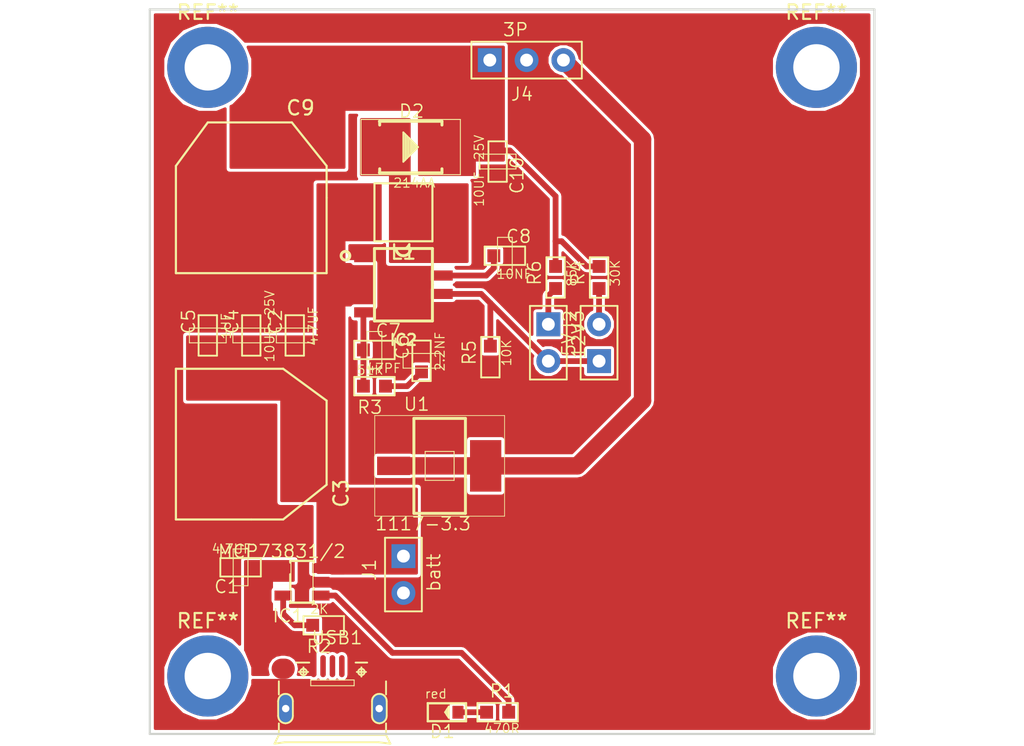
<source format=kicad_pcb>
(kicad_pcb (version 4) (host pcbnew 4.0.6-e0-6349~53~ubuntu16.04.1)

  (general
    (links 0)
    (no_connects 58)
    (area 66.6024 105.924999 118.075001 156.978501)
    (thickness 1.6)
    (drawings 4)
    (tracks 38)
    (zones 0)
    (modules 31)
    (nets 19)
  )

  (page A4)
  (layers
    (0 F.Cu signal)
    (31 B.Cu signal)
    (32 B.Adhes user)
    (33 F.Adhes user)
    (34 B.Paste user)
    (35 F.Paste user)
    (36 B.SilkS user)
    (37 F.SilkS user)
    (38 B.Mask user)
    (39 F.Mask user)
    (40 Dwgs.User user)
    (41 Cmts.User user)
    (42 Eco1.User user)
    (43 Eco2.User user)
    (44 Edge.Cuts user)
    (45 Margin user)
    (46 B.CrtYd user)
    (47 F.CrtYd user)
    (48 B.Fab user)
    (49 F.Fab user)
  )

  (setup
    (last_trace_width 0.4)
    (trace_clearance 0.2)
    (zone_clearance 0.2)
    (zone_45_only no)
    (trace_min 0.2)
    (segment_width 0.2)
    (edge_width 0.15)
    (via_size 0.6)
    (via_drill 0.3)
    (via_min_size 0.4)
    (via_min_drill 0.3)
    (uvia_size 0.3)
    (uvia_drill 0.1)
    (uvias_allowed no)
    (uvia_min_size 0.2)
    (uvia_min_drill 0.1)
    (pcb_text_width 0.3)
    (pcb_text_size 1.5 1.5)
    (mod_edge_width 0.15)
    (mod_text_size 1 1)
    (mod_text_width 0.15)
    (pad_size 1.524 1.524)
    (pad_drill 0.762)
    (pad_to_mask_clearance 0.2)
    (aux_axis_origin 68 156)
    (visible_elements FFFEFF7F)
    (pcbplotparams
      (layerselection 0x00030_80000001)
      (usegerberextensions false)
      (excludeedgelayer true)
      (linewidth 0.100000)
      (plotframeref false)
      (viasonmask false)
      (mode 1)
      (useauxorigin false)
      (hpglpennumber 1)
      (hpglpenspeed 20)
      (hpglpendiameter 15)
      (hpglpenoverlay 2)
      (psnegative false)
      (psa4output false)
      (plotreference true)
      (plotvalue true)
      (plotinvisibletext false)
      (padsonsilk false)
      (subtractmaskfromsilk false)
      (outputformat 1)
      (mirror false)
      (drillshape 1)
      (scaleselection 1)
      (outputdirectory ""))
  )

  (net 0 "")
  (net 1 /Vbat)
  (net 2 GND)
  (net 3 "Net-(C1-Pad1)")
  (net 4 "Net-(C6-Pad1)")
  (net 5 "Net-(C7-Pad1)")
  (net 6 "Net-(C8-Pad1)")
  (net 7 /Vboost)
  (net 8 "Net-(D1-Pad+)")
  (net 9 "Net-(D2-Pad+)")
  (net 10 "Net-(IC1-Pad1)")
  (net 11 "Net-(IC1-Pad5)")
  (net 12 /fb)
  (net 13 "Net-(J2-Pad2)")
  (net 14 "Net-(J3-Pad1)")
  (net 15 /3v3)
  (net 16 "Net-(USB1-Pad2)")
  (net 17 "Net-(USB1-Pad3)")
  (net 18 "Net-(USB1-Pad4)")

  (net_class Default "This is the default net class."
    (clearance 0.2)
    (trace_width 0.4)
    (via_dia 0.6)
    (via_drill 0.3)
    (uvia_dia 0.3)
    (uvia_drill 0.1)
    (add_net /3v3)
    (add_net /Vbat)
    (add_net /Vboost)
    (add_net /fb)
    (add_net GND)
    (add_net "Net-(C1-Pad1)")
    (add_net "Net-(C6-Pad1)")
    (add_net "Net-(C7-Pad1)")
    (add_net "Net-(C8-Pad1)")
    (add_net "Net-(D1-Pad+)")
    (add_net "Net-(D2-Pad+)")
    (add_net "Net-(IC1-Pad1)")
    (add_net "Net-(IC1-Pad5)")
    (add_net "Net-(J2-Pad2)")
    (add_net "Net-(J3-Pad1)")
    (add_net "Net-(USB1-Pad2)")
    (add_net "Net-(USB1-Pad3)")
    (add_net "Net-(USB1-Pad4)")
  )

  (module Mounting_Holes:MountingHole_3.2mm_M3_DIN965_Pad (layer F.Cu) (tedit 56D1B4CB) (tstamp 5964B9C4)
    (at 72 152)
    (descr "Mounting Hole 3.2mm, M3, DIN965")
    (tags "mounting hole 3.2mm m3 din965")
    (fp_text reference REF** (at 0 -3.8) (layer F.SilkS)
      (effects (font (size 1 1) (thickness 0.15)))
    )
    (fp_text value MountingHole_3.2mm_M3_DIN965_Pad (at 0 3.8) (layer F.Fab)
      (effects (font (size 1 1) (thickness 0.15)))
    )
    (fp_circle (center 0 0) (end 2.8 0) (layer Cmts.User) (width 0.15))
    (fp_circle (center 0 0) (end 3.05 0) (layer F.CrtYd) (width 0.05))
    (pad 1 thru_hole circle (at 0 0) (size 5.6 5.6) (drill 3.2) (layers *.Cu *.Mask))
  )

  (module Mounting_Holes:MountingHole_3.2mm_M3_DIN965_Pad (layer F.Cu) (tedit 56D1B4CB) (tstamp 5964B9BB)
    (at 114 152)
    (descr "Mounting Hole 3.2mm, M3, DIN965")
    (tags "mounting hole 3.2mm m3 din965")
    (fp_text reference REF** (at 0 -3.8) (layer F.SilkS)
      (effects (font (size 1 1) (thickness 0.15)))
    )
    (fp_text value MountingHole_3.2mm_M3_DIN965_Pad (at 0 3.8) (layer F.Fab)
      (effects (font (size 1 1) (thickness 0.15)))
    )
    (fp_circle (center 0 0) (end 2.8 0) (layer Cmts.User) (width 0.15))
    (fp_circle (center 0 0) (end 3.05 0) (layer F.CrtYd) (width 0.05))
    (pad 1 thru_hole circle (at 0 0) (size 5.6 5.6) (drill 3.2) (layers *.Cu *.Mask))
  )

  (module Mounting_Holes:MountingHole_3.2mm_M3_DIN965_Pad (layer F.Cu) (tedit 56D1B4CB) (tstamp 5964B9B3)
    (at 114 110)
    (descr "Mounting Hole 3.2mm, M3, DIN965")
    (tags "mounting hole 3.2mm m3 din965")
    (fp_text reference REF** (at 0 -3.8) (layer F.SilkS)
      (effects (font (size 1 1) (thickness 0.15)))
    )
    (fp_text value MountingHole_3.2mm_M3_DIN965_Pad (at 0 3.8) (layer F.Fab)
      (effects (font (size 1 1) (thickness 0.15)))
    )
    (fp_circle (center 0 0) (end 2.8 0) (layer Cmts.User) (width 0.15))
    (fp_circle (center 0 0) (end 3.05 0) (layer F.CrtYd) (width 0.05))
    (pad 1 thru_hole circle (at 0 0) (size 5.6 5.6) (drill 3.2) (layers *.Cu *.Mask))
  )

  (module SeeedOPL-Connector-2016:H3-2.54 (layer F.Cu) (tedit 200000) (tstamp 59637E2F)
    (at 94 109.5 90)
    (path /596401F4)
    (attr virtual)
    (fp_text reference J4 (at -2.3495 -0.3175 180) (layer F.SilkS)
      (effects (font (size 0.889 0.889) (thickness 0.1016)))
    )
    (fp_text value 3P (at 2.0955 -0.762 180) (layer F.SilkS)
      (effects (font (size 0.889 0.889) (thickness 0.1016)))
    )
    (fp_line (start -1.27 3.81) (end 1.27 3.81) (layer F.SilkS) (width 0.06604))
    (fp_line (start 1.27 3.81) (end 1.27 -3.81) (layer F.SilkS) (width 0.06604))
    (fp_line (start -1.27 -3.81) (end 1.27 -3.81) (layer F.SilkS) (width 0.06604))
    (fp_line (start -1.27 3.81) (end -1.27 -3.81) (layer F.SilkS) (width 0.06604))
    (fp_line (start -1.27 -3.81) (end 1.27 -3.81) (layer F.SilkS) (width 0.127))
    (fp_line (start 1.27 -3.81) (end 1.27 3.81) (layer F.SilkS) (width 0.127))
    (fp_line (start 1.27 3.81) (end -1.27 3.81) (layer F.SilkS) (width 0.127))
    (fp_line (start -1.27 3.81) (end -1.27 -3.81) (layer F.SilkS) (width 0.127))
    (fp_line (start -1.27 -3.81) (end 1.27 -3.81) (layer F.SilkS) (width 0))
    (fp_line (start 1.27 -3.81) (end 1.27 3.81) (layer F.SilkS) (width 0))
    (fp_line (start 1.27 3.81) (end -1.27 3.81) (layer F.SilkS) (width 0))
    (fp_line (start -1.27 3.81) (end -1.27 -3.81) (layer F.SilkS) (width 0))
    (pad 1 thru_hole rect (at 0 -2.54 90) (size 1.651 1.651) (drill 0.889) (layers *.Cu *.Paste *.Mask)
      (net 7 /Vboost))
    (pad 2 thru_hole circle (at 0 0 90) (size 1.651 1.651) (drill 0.889) (layers *.Cu *.Paste *.Mask)
      (net 2 GND))
    (pad 3 thru_hole circle (at 0 2.54 90) (size 1.651 1.651) (drill 0.889) (layers *.Cu *.Paste *.Mask)
      (net 15 /3v3))
  )

  (module SeeedOPL-Capacitor-2016:C0603 (layer F.Cu) (tedit 200000) (tstamp 59637DB5)
    (at 74.262 144.5 270)
    (descr 0603)
    (tags 0603)
    (path /5963BD82)
    (attr smd)
    (fp_text reference C1 (at 1.3335 0.9525 540) (layer F.SilkS)
      (effects (font (size 0.889 0.889) (thickness 0.1016)))
    )
    (fp_text value 4.7UF (at -1.27 0.635 540) (layer F.SilkS)
      (effects (font (size 0.635 0.635) (thickness 0.0762)))
    )
    (fp_line (start -1.27 0.508) (end 1.27 0.508) (layer F.SilkS) (width 0.06604))
    (fp_line (start 1.27 0.508) (end 1.27 -0.508) (layer F.SilkS) (width 0.06604))
    (fp_line (start -1.27 -0.508) (end 1.27 -0.508) (layer F.SilkS) (width 0.06604))
    (fp_line (start -1.27 0.508) (end -1.27 -0.508) (layer F.SilkS) (width 0.06604))
    (fp_line (start 0.635 -1.397) (end 0.635 1.397) (layer F.SilkS) (width 0.127))
    (fp_line (start 0.635 1.397) (end -0.635 1.397) (layer F.SilkS) (width 0.127))
    (fp_line (start -0.635 1.397) (end -0.635 -1.397) (layer F.SilkS) (width 0.127))
    (fp_line (start -0.635 -1.397) (end 0.635 -1.397) (layer F.SilkS) (width 0.127))
    (pad 1 smd rect (at 0 -0.762 180) (size 0.889 0.889) (layers F.Cu F.Paste F.Mask)
      (net 3 "Net-(C1-Pad1)"))
    (pad 2 smd rect (at 0 0.762 180) (size 0.889 0.889) (layers F.Cu F.Paste F.Mask)
      (net 2 GND))
  )

  (module SeeedOPL-Capacitor-2016:C0603 (layer F.Cu) (tedit 200000) (tstamp 59637DBB)
    (at 78 128.5 180)
    (descr 0603)
    (tags 0603)
    (path /5963BE4F)
    (attr smd)
    (fp_text reference C2 (at 1.3335 0.9525 450) (layer F.SilkS)
      (effects (font (size 0.889 0.889) (thickness 0.1016)))
    )
    (fp_text value 4.7UF (at -1.27 0.635 450) (layer F.SilkS)
      (effects (font (size 0.635 0.635) (thickness 0.0762)))
    )
    (fp_line (start -1.27 0.508) (end 1.27 0.508) (layer F.SilkS) (width 0.06604))
    (fp_line (start 1.27 0.508) (end 1.27 -0.508) (layer F.SilkS) (width 0.06604))
    (fp_line (start -1.27 -0.508) (end 1.27 -0.508) (layer F.SilkS) (width 0.06604))
    (fp_line (start -1.27 0.508) (end -1.27 -0.508) (layer F.SilkS) (width 0.06604))
    (fp_line (start 0.635 -1.397) (end 0.635 1.397) (layer F.SilkS) (width 0.127))
    (fp_line (start 0.635 1.397) (end -0.635 1.397) (layer F.SilkS) (width 0.127))
    (fp_line (start -0.635 1.397) (end -0.635 -1.397) (layer F.SilkS) (width 0.127))
    (fp_line (start -0.635 -1.397) (end 0.635 -1.397) (layer F.SilkS) (width 0.127))
    (pad 1 smd rect (at 0 -0.762 90) (size 0.889 0.889) (layers F.Cu F.Paste F.Mask)
      (net 1 /Vbat))
    (pad 2 smd rect (at 0 0.762 90) (size 0.889 0.889) (layers F.Cu F.Paste F.Mask)
      (net 2 GND))
  )

  (module SeeedOPL-Capacitor-2016:C0603 (layer F.Cu) (tedit 200000) (tstamp 59637DC7)
    (at 75 128.5 180)
    (descr 0603)
    (tags 0603)
    (path /59634741)
    (attr smd)
    (fp_text reference C4 (at 1.3335 0.9525 450) (layer F.SilkS)
      (effects (font (size 0.889 0.889) (thickness 0.1016)))
    )
    (fp_text value 10UF-25V (at -1.27 0.635 450) (layer F.SilkS)
      (effects (font (size 0.635 0.635) (thickness 0.0762)))
    )
    (fp_line (start -1.27 0.508) (end 1.27 0.508) (layer F.SilkS) (width 0.06604))
    (fp_line (start 1.27 0.508) (end 1.27 -0.508) (layer F.SilkS) (width 0.06604))
    (fp_line (start -1.27 -0.508) (end 1.27 -0.508) (layer F.SilkS) (width 0.06604))
    (fp_line (start -1.27 0.508) (end -1.27 -0.508) (layer F.SilkS) (width 0.06604))
    (fp_line (start 0.635 -1.397) (end 0.635 1.397) (layer F.SilkS) (width 0.127))
    (fp_line (start 0.635 1.397) (end -0.635 1.397) (layer F.SilkS) (width 0.127))
    (fp_line (start -0.635 1.397) (end -0.635 -1.397) (layer F.SilkS) (width 0.127))
    (fp_line (start -0.635 -1.397) (end 0.635 -1.397) (layer F.SilkS) (width 0.127))
    (pad 1 smd rect (at 0 -0.762 90) (size 0.889 0.889) (layers F.Cu F.Paste F.Mask)
      (net 1 /Vbat))
    (pad 2 smd rect (at 0 0.762 90) (size 0.889 0.889) (layers F.Cu F.Paste F.Mask)
      (net 2 GND))
  )

  (module SeeedOPL-Capacitor-2016:C0603 (layer F.Cu) (tedit 200000) (tstamp 59637DCD)
    (at 72 128.5 180)
    (descr 0603)
    (tags 0603)
    (path /59634C94)
    (attr smd)
    (fp_text reference C5 (at 1.3335 0.9525 450) (layer F.SilkS)
      (effects (font (size 0.889 0.889) (thickness 0.1016)))
    )
    (fp_text value 1UF (at -1.27 0.635 450) (layer F.SilkS)
      (effects (font (size 0.635 0.635) (thickness 0.0762)))
    )
    (fp_line (start -1.27 0.508) (end 1.27 0.508) (layer F.SilkS) (width 0.06604))
    (fp_line (start 1.27 0.508) (end 1.27 -0.508) (layer F.SilkS) (width 0.06604))
    (fp_line (start -1.27 -0.508) (end 1.27 -0.508) (layer F.SilkS) (width 0.06604))
    (fp_line (start -1.27 0.508) (end -1.27 -0.508) (layer F.SilkS) (width 0.06604))
    (fp_line (start 0.635 -1.397) (end 0.635 1.397) (layer F.SilkS) (width 0.127))
    (fp_line (start 0.635 1.397) (end -0.635 1.397) (layer F.SilkS) (width 0.127))
    (fp_line (start -0.635 1.397) (end -0.635 -1.397) (layer F.SilkS) (width 0.127))
    (fp_line (start -0.635 -1.397) (end 0.635 -1.397) (layer F.SilkS) (width 0.127))
    (pad 1 smd rect (at 0 -0.762 90) (size 0.889 0.889) (layers F.Cu F.Paste F.Mask)
      (net 1 /Vbat))
    (pad 2 smd rect (at 0 0.762 90) (size 0.889 0.889) (layers F.Cu F.Paste F.Mask)
      (net 2 GND))
  )

  (module SeeedOPL-Capacitor-2016:C0603 (layer F.Cu) (tedit 200000) (tstamp 59637DD3)
    (at 86.75 130.25 180)
    (descr 0603)
    (tags 0603)
    (path /59634D68)
    (attr smd)
    (fp_text reference C6 (at 1.3335 0.9525 450) (layer F.SilkS)
      (effects (font (size 0.889 0.889) (thickness 0.1016)))
    )
    (fp_text value 2.2NF (at -1.27 0.635 450) (layer F.SilkS)
      (effects (font (size 0.635 0.635) (thickness 0.0762)))
    )
    (fp_line (start -1.27 0.508) (end 1.27 0.508) (layer F.SilkS) (width 0.06604))
    (fp_line (start 1.27 0.508) (end 1.27 -0.508) (layer F.SilkS) (width 0.06604))
    (fp_line (start -1.27 -0.508) (end 1.27 -0.508) (layer F.SilkS) (width 0.06604))
    (fp_line (start -1.27 0.508) (end -1.27 -0.508) (layer F.SilkS) (width 0.06604))
    (fp_line (start 0.635 -1.397) (end 0.635 1.397) (layer F.SilkS) (width 0.127))
    (fp_line (start 0.635 1.397) (end -0.635 1.397) (layer F.SilkS) (width 0.127))
    (fp_line (start -0.635 1.397) (end -0.635 -1.397) (layer F.SilkS) (width 0.127))
    (fp_line (start -0.635 -1.397) (end 0.635 -1.397) (layer F.SilkS) (width 0.127))
    (pad 1 smd rect (at 0 -0.762 90) (size 0.889 0.889) (layers F.Cu F.Paste F.Mask)
      (net 4 "Net-(C6-Pad1)"))
    (pad 2 smd rect (at 0 0.762 90) (size 0.889 0.889) (layers F.Cu F.Paste F.Mask)
      (net 2 GND))
  )

  (module SeeedOPL-Capacitor-2016:C0603 (layer F.Cu) (tedit 200000) (tstamp 59637DD9)
    (at 83.5 129.5 90)
    (descr 0603)
    (tags 0603)
    (path /59634D0F)
    (attr smd)
    (fp_text reference C7 (at 1.3335 0.9525 360) (layer F.SilkS)
      (effects (font (size 0.889 0.889) (thickness 0.1016)))
    )
    (fp_text value 47PF (at -1.27 0.635 360) (layer F.SilkS)
      (effects (font (size 0.635 0.635) (thickness 0.0762)))
    )
    (fp_line (start -1.27 0.508) (end 1.27 0.508) (layer F.SilkS) (width 0.06604))
    (fp_line (start 1.27 0.508) (end 1.27 -0.508) (layer F.SilkS) (width 0.06604))
    (fp_line (start -1.27 -0.508) (end 1.27 -0.508) (layer F.SilkS) (width 0.06604))
    (fp_line (start -1.27 0.508) (end -1.27 -0.508) (layer F.SilkS) (width 0.06604))
    (fp_line (start 0.635 -1.397) (end 0.635 1.397) (layer F.SilkS) (width 0.127))
    (fp_line (start 0.635 1.397) (end -0.635 1.397) (layer F.SilkS) (width 0.127))
    (fp_line (start -0.635 1.397) (end -0.635 -1.397) (layer F.SilkS) (width 0.127))
    (fp_line (start -0.635 -1.397) (end 0.635 -1.397) (layer F.SilkS) (width 0.127))
    (pad 1 smd rect (at 0 -0.762) (size 0.889 0.889) (layers F.Cu F.Paste F.Mask)
      (net 5 "Net-(C7-Pad1)"))
    (pad 2 smd rect (at 0 0.762) (size 0.889 0.889) (layers F.Cu F.Paste F.Mask)
      (net 2 GND))
  )

  (module SeeedOPL-Capacitor-2016:C0603 (layer F.Cu) (tedit 200000) (tstamp 59637DDF)
    (at 92.5 123 90)
    (descr 0603)
    (tags 0603)
    (path /59634E5F)
    (attr smd)
    (fp_text reference C8 (at 1.3335 0.9525 360) (layer F.SilkS)
      (effects (font (size 0.889 0.889) (thickness 0.1016)))
    )
    (fp_text value 10NF (at -1.27 0.635 360) (layer F.SilkS)
      (effects (font (size 0.635 0.635) (thickness 0.0762)))
    )
    (fp_line (start -1.27 0.508) (end 1.27 0.508) (layer F.SilkS) (width 0.06604))
    (fp_line (start 1.27 0.508) (end 1.27 -0.508) (layer F.SilkS) (width 0.06604))
    (fp_line (start -1.27 -0.508) (end 1.27 -0.508) (layer F.SilkS) (width 0.06604))
    (fp_line (start -1.27 0.508) (end -1.27 -0.508) (layer F.SilkS) (width 0.06604))
    (fp_line (start 0.635 -1.397) (end 0.635 1.397) (layer F.SilkS) (width 0.127))
    (fp_line (start 0.635 1.397) (end -0.635 1.397) (layer F.SilkS) (width 0.127))
    (fp_line (start -0.635 1.397) (end -0.635 -1.397) (layer F.SilkS) (width 0.127))
    (fp_line (start -0.635 -1.397) (end 0.635 -1.397) (layer F.SilkS) (width 0.127))
    (pad 1 smd rect (at 0 -0.762) (size 0.889 0.889) (layers F.Cu F.Paste F.Mask)
      (net 6 "Net-(C8-Pad1)"))
    (pad 2 smd rect (at 0 0.762) (size 0.889 0.889) (layers F.Cu F.Paste F.Mask)
      (net 2 GND))
  )

  (module SeeedOPL-Capacitor-2016:C0603 (layer F.Cu) (tedit 200000) (tstamp 59637DEB)
    (at 92 116.5)
    (descr 0603)
    (tags 0603)
    (path /596348BC)
    (attr smd)
    (fp_text reference C10 (at 1.3335 0.9525 270) (layer F.SilkS)
      (effects (font (size 0.889 0.889) (thickness 0.1016)))
    )
    (fp_text value 10UF-25V (at -1.27 0.635 270) (layer F.SilkS)
      (effects (font (size 0.635 0.635) (thickness 0.0762)))
    )
    (fp_line (start -1.27 0.508) (end 1.27 0.508) (layer F.SilkS) (width 0.06604))
    (fp_line (start 1.27 0.508) (end 1.27 -0.508) (layer F.SilkS) (width 0.06604))
    (fp_line (start -1.27 -0.508) (end 1.27 -0.508) (layer F.SilkS) (width 0.06604))
    (fp_line (start -1.27 0.508) (end -1.27 -0.508) (layer F.SilkS) (width 0.06604))
    (fp_line (start 0.635 -1.397) (end 0.635 1.397) (layer F.SilkS) (width 0.127))
    (fp_line (start 0.635 1.397) (end -0.635 1.397) (layer F.SilkS) (width 0.127))
    (fp_line (start -0.635 1.397) (end -0.635 -1.397) (layer F.SilkS) (width 0.127))
    (fp_line (start -0.635 -1.397) (end 0.635 -1.397) (layer F.SilkS) (width 0.127))
    (pad 1 smd rect (at 0 -0.762 270) (size 0.889 0.889) (layers F.Cu F.Paste F.Mask)
      (net 7 /Vboost))
    (pad 2 smd rect (at 0 0.762 270) (size 0.889 0.889) (layers F.Cu F.Paste F.Mask)
      (net 2 GND))
  )

  (module SeeedOPL-LED-2016:LED-0603 (layer F.Cu) (tedit 200000) (tstamp 59637DF1)
    (at 88.5 154.5 180)
    (path /5963C689)
    (attr smd)
    (fp_text reference D1 (at 0.3175 -1.3335 180) (layer F.SilkS)
      (effects (font (size 0.889 0.889) (thickness 0.1016)))
    )
    (fp_text value red (at 0.762 1.27 180) (layer F.SilkS)
      (effects (font (size 0.635 0.635) (thickness 0.0762)))
    )
    (fp_line (start -1.27 0.5715) (end 1.27 0.5715) (layer F.SilkS) (width 0.06604))
    (fp_line (start 1.27 0.5715) (end 1.27 -0.5715) (layer F.SilkS) (width 0.06604))
    (fp_line (start -1.27 -0.5715) (end 1.27 -0.5715) (layer F.SilkS) (width 0.06604))
    (fp_line (start -1.27 0.5715) (end -1.27 -0.5715) (layer F.SilkS) (width 0.06604))
    (fp_line (start -1.3335 -0.635) (end 1.3335 -0.635) (layer F.SilkS) (width 0.127))
    (fp_line (start 1.3335 -0.635) (end 1.3335 0.635) (layer F.SilkS) (width 0.127))
    (fp_line (start 1.3335 0.635) (end -1.3335 0.635) (layer F.SilkS) (width 0.127))
    (fp_line (start -1.3335 0.635) (end -1.3335 -0.635) (layer F.SilkS) (width 0.127))
    (fp_line (start -0.127 -0.381) (end -0.127 0.381) (layer F.SilkS) (width 0.127))
    (fp_line (start -0.127 0.381) (end 0 0.1905) (layer F.SilkS) (width 0.127))
    (fp_line (start 0 0.1905) (end 0.127 0) (layer F.SilkS) (width 0.127))
    (fp_line (start 0.127 0) (end 0 -0.1905) (layer F.SilkS) (width 0.127))
    (fp_line (start 0 -0.1905) (end -0.127 -0.381) (layer F.SilkS) (width 0.127))
    (fp_line (start -0.0635 -0.254) (end -0.0635 0.254) (layer F.SilkS) (width 0.127))
    (fp_line (start 0 -0.1905) (end 0 0.1905) (layer F.SilkS) (width 0.127))
    (pad + smd rect (at -0.762 0 180) (size 0.762 0.889) (layers F.Cu F.Paste F.Mask)
      (net 8 "Net-(D1-Pad+)"))
    (pad - smd rect (at 0.762 0 180) (size 0.762 0.889) (layers F.Cu F.Paste F.Mask)
      (net 2 GND))
  )

  (module SeeedOPL-Diode-2016:DO-214AA (layer F.Cu) (tedit 200000) (tstamp 59637DF7)
    (at 86 115.5)
    (path /59634F6C)
    (attr smd)
    (fp_text reference D2 (at 0.0635 -2.4765) (layer F.SilkS)
      (effects (font (size 0.889 0.889) (thickness 0.1016)))
    )
    (fp_text value 214AA (at 0.254 2.4765) (layer F.SilkS)
      (effects (font (size 0.635 0.635) (thickness 0.0762)))
    )
    (fp_line (start -3.429 1.905) (end 3.429 1.905) (layer F.SilkS) (width 0.06604))
    (fp_line (start 3.429 1.905) (end 3.429 -1.905) (layer F.SilkS) (width 0.06604))
    (fp_line (start -3.429 -1.905) (end 3.429 -1.905) (layer F.SilkS) (width 0.06604))
    (fp_line (start -3.429 1.905) (end -3.429 -1.905) (layer F.SilkS) (width 0.06604))
    (fp_line (start 2.159 1.778) (end -2.13868 1.778) (layer F.SilkS) (width 0.2032))
    (fp_line (start -2.13868 1.778) (end -2.159 1.778) (layer F.SilkS) (width 0.2032))
    (fp_line (start -2.159 1.778) (end -2.159 -1.778) (layer Dwgs.User) (width 0.2032))
    (fp_line (start -2.159 -1.778) (end -2.13868 -1.778) (layer F.SilkS) (width 0.2032))
    (fp_line (start -2.13868 -1.778) (end 2.159 -1.778) (layer F.SilkS) (width 0.2032))
    (fp_line (start 2.159 -1.778) (end 2.159 1.778) (layer Dwgs.User) (width 0.2032))
    (fp_line (start 0.508 0) (end 0.381 0.127) (layer F.SilkS) (width 0.127))
    (fp_line (start 0.381 0.127) (end 0.254 0.254) (layer F.SilkS) (width 0.127))
    (fp_line (start 0.254 0.254) (end 0.127 0.381) (layer F.SilkS) (width 0.127))
    (fp_line (start -0.381 0.889) (end -0.508 1.016) (layer F.SilkS) (width 0.127))
    (fp_line (start -0.508 1.016) (end -0.508 -1.016) (layer F.SilkS) (width 0.127))
    (fp_line (start -0.508 -1.016) (end -0.381 -0.889) (layer F.SilkS) (width 0.127))
    (fp_line (start -0.381 -0.889) (end -0.254 -0.762) (layer F.SilkS) (width 0.127))
    (fp_line (start -0.381 -0.889) (end -0.381 0.889) (layer F.SilkS) (width 0.127))
    (fp_line (start -0.381 0.889) (end -0.254 0.762) (layer F.SilkS) (width 0.127))
    (fp_line (start -0.254 0.762) (end -0.127 0.635) (layer F.SilkS) (width 0.127))
    (fp_line (start -0.254 0.762) (end -0.254 -0.762) (layer F.SilkS) (width 0.127))
    (fp_line (start -0.254 -0.762) (end -0.127 -0.635) (layer F.SilkS) (width 0.127))
    (fp_line (start -0.127 -0.635) (end 0 -0.508) (layer F.SilkS) (width 0.127))
    (fp_line (start -0.127 -0.635) (end -0.127 0.635) (layer F.SilkS) (width 0.127))
    (fp_line (start -0.127 0.635) (end 0 0.508) (layer F.SilkS) (width 0.127))
    (fp_line (start 0 0.508) (end 0.127 0.381) (layer F.SilkS) (width 0.127))
    (fp_line (start 0 0.508) (end 0 -0.508) (layer F.SilkS) (width 0.127))
    (fp_line (start 0 -0.508) (end 0.127 -0.381) (layer F.SilkS) (width 0.127))
    (fp_line (start 0.127 -0.381) (end 0.254 -0.254) (layer F.SilkS) (width 0.127))
    (fp_line (start 0.127 -0.381) (end 0.127 0.381) (layer F.SilkS) (width 0.127))
    (fp_line (start 0.254 0.254) (end 0.254 -0.254) (layer F.SilkS) (width 0.127))
    (fp_line (start 0.254 -0.254) (end 0.381 -0.127) (layer F.SilkS) (width 0.127))
    (fp_line (start 0.381 -0.127) (end 0.508 0) (layer F.SilkS) (width 0.127))
    (fp_line (start 0.381 -0.127) (end 0.381 0.127) (layer F.SilkS) (width 0.127))
    (fp_line (start 2.159 1.778) (end 2.159 1.4986) (layer F.SilkS) (width 0.2032))
    (fp_line (start 2.159 -1.51892) (end 2.159 -1.778) (layer F.SilkS) (width 0.2032))
    (fp_line (start -2.13868 -1.51892) (end -2.13868 -1.778) (layer F.SilkS) (width 0.2032))
    (fp_line (start -2.13868 1.778) (end -2.13868 1.4986) (layer F.SilkS) (width 0.2032))
    (pad + smd rect (at -2.2098 0 270) (size 2.74066 2.159) (layers F.Cu F.Paste F.Mask)
      (net 9 "Net-(D2-Pad+)"))
    (pad - smd rect (at 2.2098 0 270) (size 2.74066 2.159) (layers F.Cu F.Paste F.Mask)
      (net 7 /Vboost))
  )

  (module SeeedOPL-IC-2016:SOT-23-5 (layer F.Cu) (tedit 200000) (tstamp 59637E00)
    (at 78.5 145.5 90)
    (descr "SMALL OUTLINE TRANSISTOR")
    (tags "SMALL OUTLINE TRANSISTOR")
    (path /595CE055)
    (attr smd)
    (fp_text reference IC1 (at -2.3495 -0.9525 180) (layer F.SilkS)
      (effects (font (size 0.889 0.889) (thickness 0.1016)))
    )
    (fp_text value MCP73831/2 (at 2.0955 -1.397 180) (layer F.SilkS)
      (effects (font (size 0.889 0.889) (thickness 0.1016)))
    )
    (fp_line (start -1.19888 1.4986) (end -0.6985 1.4986) (layer Dwgs.User) (width 0.06604))
    (fp_line (start -0.6985 1.4986) (end -0.6985 0.84836) (layer Dwgs.User) (width 0.06604))
    (fp_line (start -1.19888 0.84836) (end -0.6985 0.84836) (layer Dwgs.User) (width 0.06604))
    (fp_line (start -1.19888 1.4986) (end -1.19888 0.84836) (layer Dwgs.User) (width 0.06604))
    (fp_line (start -0.24892 1.4986) (end 0.24892 1.4986) (layer Dwgs.User) (width 0.06604))
    (fp_line (start 0.24892 1.4986) (end 0.24892 0.84836) (layer Dwgs.User) (width 0.06604))
    (fp_line (start -0.24892 0.84836) (end 0.24892 0.84836) (layer Dwgs.User) (width 0.06604))
    (fp_line (start -0.24892 1.4986) (end -0.24892 0.84836) (layer Dwgs.User) (width 0.06604))
    (fp_line (start 0.6985 1.4986) (end 1.19888 1.4986) (layer Dwgs.User) (width 0.06604))
    (fp_line (start 1.19888 1.4986) (end 1.19888 0.84836) (layer Dwgs.User) (width 0.06604))
    (fp_line (start 0.6985 0.84836) (end 1.19888 0.84836) (layer Dwgs.User) (width 0.06604))
    (fp_line (start 0.6985 1.4986) (end 0.6985 0.84836) (layer Dwgs.User) (width 0.06604))
    (fp_line (start 0.6985 -0.84836) (end 1.19888 -0.84836) (layer Dwgs.User) (width 0.06604))
    (fp_line (start 1.19888 -0.84836) (end 1.19888 -1.4986) (layer Dwgs.User) (width 0.06604))
    (fp_line (start 0.6985 -1.4986) (end 1.19888 -1.4986) (layer Dwgs.User) (width 0.06604))
    (fp_line (start 0.6985 -0.84836) (end 0.6985 -1.4986) (layer Dwgs.User) (width 0.06604))
    (fp_line (start -1.19888 -0.84836) (end -0.6985 -0.84836) (layer Dwgs.User) (width 0.06604))
    (fp_line (start -0.6985 -0.84836) (end -0.6985 -1.4986) (layer Dwgs.User) (width 0.06604))
    (fp_line (start -1.19888 -1.4986) (end -0.6985 -1.4986) (layer Dwgs.User) (width 0.06604))
    (fp_line (start -1.19888 -0.84836) (end -1.19888 -1.4986) (layer Dwgs.User) (width 0.06604))
    (fp_line (start -1.397 0.762) (end 1.397 0.762) (layer F.SilkS) (width 0.06604))
    (fp_line (start 1.397 0.762) (end 1.397 -0.762) (layer F.SilkS) (width 0.06604))
    (fp_line (start -1.397 -0.762) (end 1.397 -0.762) (layer F.SilkS) (width 0.06604))
    (fp_line (start -1.397 0.762) (end -1.397 -0.762) (layer F.SilkS) (width 0.06604))
    (fp_line (start 1.4478 -0.81026) (end 1.4478 0.81026) (layer F.SilkS) (width 0.1524))
    (fp_line (start 1.4224 0.81026) (end -1.4224 0.81026) (layer Dwgs.User) (width 0.1524))
    (fp_line (start -1.4478 0.81026) (end -1.4478 -0.81026) (layer F.SilkS) (width 0.1524))
    (fp_line (start -1.4224 -0.81026) (end 1.4224 -0.81026) (layer Dwgs.User) (width 0.1524))
    (fp_line (start -0.5207 -0.81026) (end 0.5207 -0.81026) (layer F.SilkS) (width 0.1524))
    (fp_line (start -0.42672 0.81026) (end -0.5207 0.81026) (layer F.SilkS) (width 0.1524))
    (fp_line (start 0.5207 0.81026) (end 0.42672 0.81026) (layer F.SilkS) (width 0.1524))
    (fp_line (start -1.32588 0.81026) (end -1.4478 0.81026) (layer F.SilkS) (width 0.1524))
    (fp_line (start 1.4478 0.81026) (end 1.32588 0.81026) (layer F.SilkS) (width 0.1524))
    (fp_line (start 1.32588 -0.81026) (end 1.4478 -0.81026) (layer F.SilkS) (width 0.1524))
    (fp_line (start -1.4478 -0.81026) (end -1.32588 -0.81026) (layer F.SilkS) (width 0.1524))
    (pad 1 smd rect (at -0.94996 1.29794 90) (size 0.68834 1.19888) (layers F.Cu F.Paste F.Mask)
      (net 10 "Net-(IC1-Pad1)"))
    (pad 2 smd rect (at 0 1.29794 90) (size 0.68834 1.19888) (layers F.Cu F.Paste F.Mask)
      (net 2 GND))
    (pad 3 smd rect (at 0.94996 1.29794 90) (size 0.68834 1.19888) (layers F.Cu F.Paste F.Mask)
      (net 1 /Vbat))
    (pad 4 smd rect (at 0.94996 -1.29794 90) (size 0.68834 1.19888) (layers F.Cu F.Paste F.Mask)
      (net 3 "Net-(C1-Pad1)"))
    (pad 5 smd rect (at -0.94996 -1.29794 90) (size 0.68834 1.19888) (layers F.Cu F.Paste F.Mask)
      (net 11 "Net-(IC1-Pad5)"))
  )

  (module sop:SOP8_ep (layer F.Cu) (tedit 0) (tstamp 59637E0D)
    (at 85.5 125)
    (path /59634262)
    (attr smd)
    (fp_text reference IC2 (at 0 3.81) (layer F.SilkS)
      (effects (font (size 0.762 0.762) (thickness 0.1524)))
    )
    (fp_text value PAM242X (at 0 0) (layer F.SilkS) hide
      (effects (font (size 0.762 0.762) (thickness 0.1524)))
    )
    (fp_circle (center -4 -2) (end -3.7 -2) (layer F.SilkS) (width 0.2032))
    (fp_arc (start 0 -2.5) (end 0.5 -2.5) (angle 90) (layer F.SilkS) (width 0.2032))
    (fp_arc (start 0 -2.5) (end 0 -2) (angle 90) (layer F.SilkS) (width 0.2032))
    (fp_line (start -2 -2.5) (end -2 2.5) (layer F.SilkS) (width 0.2032))
    (fp_line (start -2 2.5) (end 2 2.5) (layer F.SilkS) (width 0.2032))
    (fp_line (start 2 2.5) (end 2 -2.5) (layer F.SilkS) (width 0.2032))
    (fp_line (start 2 -2.5) (end -2 -2.5) (layer F.SilkS) (width 0.2032))
    (pad 1 smd rect (at -2.75 -1.905) (size 1.3 0.7) (layers F.Cu F.Paste F.Mask)
      (net 2 GND))
    (pad 2 smd rect (at -2.75 -0.635) (size 1.3 0.7) (layers F.Cu F.Paste F.Mask)
      (net 1 /Vbat))
    (pad 3 smd rect (at -2.75 0.635) (size 1.3 0.7) (layers F.Cu F.Paste F.Mask)
      (net 1 /Vbat))
    (pad 4 smd rect (at -2.75 1.905) (size 1.3 0.7) (layers F.Cu F.Paste F.Mask)
      (net 5 "Net-(C7-Pad1)"))
    (pad 5 smd rect (at 2.75 1.905) (size 1.3 0.7) (layers F.Cu F.Paste F.Mask)
      (net 2 GND))
    (pad 6 smd rect (at 2.75 0.635) (size 1.3 0.7) (layers F.Cu F.Paste F.Mask)
      (net 12 /fb))
    (pad 7 smd rect (at 2.75 -0.635) (size 1.3 0.7) (layers F.Cu F.Paste F.Mask)
      (net 6 "Net-(C8-Pad1)"))
    (pad 8 smd rect (at 2.75 -1.905) (size 1.3 0.7) (layers F.Cu F.Paste F.Mask)
      (net 9 "Net-(D2-Pad+)"))
    (pad 0 smd rect (at 0 0) (size 2.3 2.3) (layers F.Cu F.Paste F.Mask)
      (net 2 GND) (solder_paste_margin -0.508))
  )

  (module SeeedOPL-Connector-2016:H2-2.54 (layer F.Cu) (tedit 5964B0FA) (tstamp 59637E22)
    (at 99 129 180)
    (path /59639F04)
    (attr virtual)
    (fp_text reference J2 (at 2 1.5 270) (layer F.SilkS)
      (effects (font (size 0.889 0.889) (thickness 0.1016)))
    )
    (fp_text value 5V (at 2.0955 -0.127 270) (layer F.SilkS)
      (effects (font (size 0.889 0.889) (thickness 0.1016)))
    )
    (fp_line (start -1.27 2.54) (end 1.27 2.54) (layer F.SilkS) (width 0.06604))
    (fp_line (start 1.27 2.54) (end 1.27 -2.54) (layer F.SilkS) (width 0.06604))
    (fp_line (start -1.27 -2.54) (end 1.27 -2.54) (layer F.SilkS) (width 0.06604))
    (fp_line (start -1.27 2.54) (end -1.27 -2.54) (layer F.SilkS) (width 0.06604))
    (fp_line (start -1.27 -2.54) (end 1.27 -2.54) (layer F.SilkS) (width 0.127))
    (fp_line (start 1.27 -2.54) (end 1.27 2.54) (layer F.SilkS) (width 0.127))
    (fp_line (start 1.27 2.54) (end -1.27 2.54) (layer F.SilkS) (width 0.127))
    (fp_line (start -1.27 2.54) (end -1.27 -2.54) (layer F.SilkS) (width 0.127))
    (fp_line (start -1.27 -2.54) (end 1.27 -2.54) (layer F.SilkS) (width 0))
    (fp_line (start 1.27 -2.54) (end 1.27 2.54) (layer F.SilkS) (width 0))
    (fp_line (start -1.27 2.54) (end -1.27 -2.54) (layer F.SilkS) (width 0))
    (pad 1 thru_hole rect (at 0 -1.27 180) (size 1.651 1.651) (drill 0.889) (layers *.Cu *.Paste *.Mask)
      (net 12 /fb))
    (pad 2 thru_hole circle (at 0 1.27 180) (size 1.651 1.651) (drill 0.889) (layers *.Cu *.Paste *.Mask)
      (net 13 "Net-(J2-Pad2)"))
  )

  (module SeeedOPL-Connector-2016:H2-2.54 (layer F.Cu) (tedit 5964B0F7) (tstamp 59637E28)
    (at 95.5 129)
    (path /59639F78)
    (attr virtual)
    (fp_text reference J3 (at 2 -1.5 90) (layer F.SilkS)
      (effects (font (size 0.889 0.889) (thickness 0.1016)))
    )
    (fp_text value 12V (at 2.0955 -0.127 90) (layer F.SilkS)
      (effects (font (size 0.889 0.889) (thickness 0.1016)))
    )
    (fp_line (start -1.27 2.54) (end 1.27 2.54) (layer F.SilkS) (width 0.06604))
    (fp_line (start 1.27 2.54) (end 1.27 -2.54) (layer F.SilkS) (width 0.06604))
    (fp_line (start -1.27 -2.54) (end 1.27 -2.54) (layer F.SilkS) (width 0.06604))
    (fp_line (start -1.27 2.54) (end -1.27 -2.54) (layer F.SilkS) (width 0.06604))
    (fp_line (start -1.27 -2.54) (end 1.27 -2.54) (layer F.SilkS) (width 0.127))
    (fp_line (start 1.27 -2.54) (end 1.27 2.54) (layer F.SilkS) (width 0.127))
    (fp_line (start 1.27 2.54) (end -1.27 2.54) (layer F.SilkS) (width 0.127))
    (fp_line (start -1.27 2.54) (end -1.27 -2.54) (layer F.SilkS) (width 0.127))
    (fp_line (start -1.27 -2.54) (end 1.27 -2.54) (layer F.SilkS) (width 0))
    (fp_line (start 1.27 -2.54) (end 1.27 2.54) (layer F.SilkS) (width 0))
    (fp_line (start -1.27 2.54) (end -1.27 -2.54) (layer F.SilkS) (width 0))
    (pad 1 thru_hole rect (at 0 -1.27) (size 1.651 1.651) (drill 0.889) (layers *.Cu *.Paste *.Mask)
      (net 14 "Net-(J3-Pad1)"))
    (pad 2 thru_hole circle (at 0 1.27) (size 1.651 1.651) (drill 0.889) (layers *.Cu *.Paste *.Mask)
      (net 12 /fb))
  )

  (module fumblau:ASPI-4030S_4x4 (layer F.Cu) (tedit 59637CB6) (tstamp 59637E40)
    (at 85.5 120)
    (path /59634B4F)
    (fp_text reference L1 (at 0 2.75) (layer F.SilkS)
      (effects (font (size 1 1) (thickness 0.15)))
    )
    (fp_text value 6.8UH-2.5A (at 0 2.9) (layer F.Fab)
      (effects (font (size 1 1) (thickness 0.15)))
    )
    (fp_line (start 0 -2) (end 2 -2) (layer F.SilkS) (width 0.15))
    (fp_line (start 2 -2) (end 2 2) (layer F.SilkS) (width 0.15))
    (fp_line (start 2 2) (end -2 2) (layer F.SilkS) (width 0.15))
    (fp_line (start -2 2) (end -2 -2) (layer F.SilkS) (width 0.15))
    (fp_line (start -2 -2) (end 0 -2) (layer F.SilkS) (width 0.15))
    (pad 1 smd rect (at -2.15 0) (size 1.1 3.4) (layers F.Cu F.Paste F.Mask)
      (net 1 /Vbat))
    (pad 2 smd rect (at 1.5 0) (size 1.1 3.4) (layers F.Cu F.Paste F.Mask)
      (net 9 "Net-(D2-Pad+)"))
  )

  (module SeeedOPL-Resistor-2016:R0603 (layer F.Cu) (tedit 200000) (tstamp 59637E46)
    (at 92 154.5 270)
    (path /5963C412)
    (attr smd)
    (fp_text reference R1 (at -1.4605 -0.3175 360) (layer F.SilkS)
      (effects (font (size 0.889 0.889) (thickness 0.1016)))
    )
    (fp_text value 470R (at 1.11506 -0.29972 360) (layer F.SilkS)
      (effects (font (size 0.635 0.635) (thickness 0.0762)))
    )
    (fp_line (start 0.635 -1.397) (end 0.635 1.397) (layer F.SilkS) (width 0.127))
    (fp_line (start 0.635 1.397) (end -0.635 1.397) (layer F.SilkS) (width 0.127))
    (fp_line (start -0.635 1.397) (end -0.635 -1.397) (layer F.SilkS) (width 0.127))
    (fp_line (start -0.635 -1.397) (end 0.635 -1.397) (layer F.SilkS) (width 0.127))
    (pad 1 smd rect (at 0 -0.762 180) (size 0.889 0.889) (layers F.Cu F.Paste F.Mask)
      (net 10 "Net-(IC1-Pad1)"))
    (pad 2 smd rect (at 0 0.762 180) (size 0.889 0.889) (layers F.Cu F.Paste F.Mask)
      (net 8 "Net-(D1-Pad+)"))
  )

  (module SeeedOPL-Resistor-2016:R0603 (layer F.Cu) (tedit 200000) (tstamp 59637E4C)
    (at 80 148.5 90)
    (path /5963C2EA)
    (attr smd)
    (fp_text reference R2 (at -1.4605 -0.3175 180) (layer F.SilkS)
      (effects (font (size 0.889 0.889) (thickness 0.1016)))
    )
    (fp_text value 2K (at 1.11506 -0.29972 180) (layer F.SilkS)
      (effects (font (size 0.635 0.635) (thickness 0.0762)))
    )
    (fp_line (start 0.635 -1.397) (end 0.635 1.397) (layer F.SilkS) (width 0.127))
    (fp_line (start 0.635 1.397) (end -0.635 1.397) (layer F.SilkS) (width 0.127))
    (fp_line (start -0.635 1.397) (end -0.635 -1.397) (layer F.SilkS) (width 0.127))
    (fp_line (start -0.635 -1.397) (end 0.635 -1.397) (layer F.SilkS) (width 0.127))
    (pad 1 smd rect (at 0 -0.762) (size 0.889 0.889) (layers F.Cu F.Paste F.Mask)
      (net 11 "Net-(IC1-Pad5)"))
    (pad 2 smd rect (at 0 0.762) (size 0.889 0.889) (layers F.Cu F.Paste F.Mask)
      (net 2 GND))
  )

  (module SeeedOPL-Resistor-2016:R0603 (layer F.Cu) (tedit 200000) (tstamp 59637E52)
    (at 83.5 132 90)
    (path /59634DC9)
    (attr smd)
    (fp_text reference R3 (at -1.4605 -0.3175 180) (layer F.SilkS)
      (effects (font (size 0.889 0.889) (thickness 0.1016)))
    )
    (fp_text value 51K (at 1.11506 -0.29972 180) (layer F.SilkS)
      (effects (font (size 0.635 0.635) (thickness 0.0762)))
    )
    (fp_line (start 0.635 -1.397) (end 0.635 1.397) (layer F.SilkS) (width 0.127))
    (fp_line (start 0.635 1.397) (end -0.635 1.397) (layer F.SilkS) (width 0.127))
    (fp_line (start -0.635 1.397) (end -0.635 -1.397) (layer F.SilkS) (width 0.127))
    (fp_line (start -0.635 -1.397) (end 0.635 -1.397) (layer F.SilkS) (width 0.127))
    (pad 1 smd rect (at 0 -0.762) (size 0.889 0.889) (layers F.Cu F.Paste F.Mask)
      (net 5 "Net-(C7-Pad1)"))
    (pad 2 smd rect (at 0 0.762) (size 0.889 0.889) (layers F.Cu F.Paste F.Mask)
      (net 4 "Net-(C6-Pad1)"))
  )

  (module SeeedOPL-Resistor-2016:R0603 (layer F.Cu) (tedit 200000) (tstamp 59637E58)
    (at 99 124.5)
    (path /59636D25)
    (attr smd)
    (fp_text reference R4 (at -1.4605 -0.3175 90) (layer F.SilkS)
      (effects (font (size 0.889 0.889) (thickness 0.1016)))
    )
    (fp_text value 30K (at 1.11506 -0.29972 90) (layer F.SilkS)
      (effects (font (size 0.635 0.635) (thickness 0.0762)))
    )
    (fp_line (start 0.635 -1.397) (end 0.635 1.397) (layer F.SilkS) (width 0.127))
    (fp_line (start 0.635 1.397) (end -0.635 1.397) (layer F.SilkS) (width 0.127))
    (fp_line (start -0.635 1.397) (end -0.635 -1.397) (layer F.SilkS) (width 0.127))
    (fp_line (start -0.635 -1.397) (end 0.635 -1.397) (layer F.SilkS) (width 0.127))
    (pad 1 smd rect (at 0 -0.762 270) (size 0.889 0.889) (layers F.Cu F.Paste F.Mask)
      (net 7 /Vboost))
    (pad 2 smd rect (at 0 0.762 270) (size 0.889 0.889) (layers F.Cu F.Paste F.Mask)
      (net 13 "Net-(J2-Pad2)"))
  )

  (module SeeedOPL-Resistor-2016:R0603 (layer F.Cu) (tedit 200000) (tstamp 59637E5E)
    (at 91.5 130)
    (path /596351BC)
    (attr smd)
    (fp_text reference R5 (at -1.4605 -0.3175 90) (layer F.SilkS)
      (effects (font (size 0.889 0.889) (thickness 0.1016)))
    )
    (fp_text value 10K (at 1.11506 -0.29972 90) (layer F.SilkS)
      (effects (font (size 0.635 0.635) (thickness 0.0762)))
    )
    (fp_line (start 0.635 -1.397) (end 0.635 1.397) (layer F.SilkS) (width 0.127))
    (fp_line (start 0.635 1.397) (end -0.635 1.397) (layer F.SilkS) (width 0.127))
    (fp_line (start -0.635 1.397) (end -0.635 -1.397) (layer F.SilkS) (width 0.127))
    (fp_line (start -0.635 -1.397) (end 0.635 -1.397) (layer F.SilkS) (width 0.127))
    (pad 1 smd rect (at 0 -0.762 270) (size 0.889 0.889) (layers F.Cu F.Paste F.Mask)
      (net 12 /fb))
    (pad 2 smd rect (at 0 0.762 270) (size 0.889 0.889) (layers F.Cu F.Paste F.Mask)
      (net 2 GND))
  )

  (module SeeedOPL-Resistor-2016:R0603 (layer F.Cu) (tedit 200000) (tstamp 59637E64)
    (at 96 124.5)
    (path /59645F3C)
    (attr smd)
    (fp_text reference R6 (at -1.4605 -0.3175 90) (layer F.SilkS)
      (effects (font (size 0.889 0.889) (thickness 0.1016)))
    )
    (fp_text value 85K (at 1.11506 -0.29972 90) (layer F.SilkS)
      (effects (font (size 0.635 0.635) (thickness 0.0762)))
    )
    (fp_line (start 0.635 -1.397) (end 0.635 1.397) (layer F.SilkS) (width 0.127))
    (fp_line (start 0.635 1.397) (end -0.635 1.397) (layer F.SilkS) (width 0.127))
    (fp_line (start -0.635 1.397) (end -0.635 -1.397) (layer F.SilkS) (width 0.127))
    (fp_line (start -0.635 -1.397) (end 0.635 -1.397) (layer F.SilkS) (width 0.127))
    (pad 1 smd rect (at 0 -0.762 270) (size 0.889 0.889) (layers F.Cu F.Paste F.Mask)
      (net 7 /Vboost))
    (pad 2 smd rect (at 0 0.762 270) (size 0.889 0.889) (layers F.Cu F.Paste F.Mask)
      (net 14 "Net-(J3-Pad1)"))
  )

  (module SeeedOPL-Connector-2016:H2-2.54 (layer F.Cu) (tedit 200000) (tstamp 59649FB6)
    (at 85.5 145)
    (path /5964B54B)
    (attr virtual)
    (fp_text reference J1 (at -2.3495 -0.3175 90) (layer F.SilkS)
      (effects (font (size 0.889 0.889) (thickness 0.1016)))
    )
    (fp_text value batt (at 2.0955 -0.127 90) (layer F.SilkS)
      (effects (font (size 0.889 0.889) (thickness 0.1016)))
    )
    (fp_line (start -1.27 2.54) (end 1.27 2.54) (layer F.SilkS) (width 0.06604))
    (fp_line (start 1.27 2.54) (end 1.27 -2.54) (layer F.SilkS) (width 0.06604))
    (fp_line (start -1.27 -2.54) (end 1.27 -2.54) (layer F.SilkS) (width 0.06604))
    (fp_line (start -1.27 2.54) (end -1.27 -2.54) (layer F.SilkS) (width 0.06604))
    (fp_line (start -1.27 -2.54) (end 1.27 -2.54) (layer F.SilkS) (width 0.127))
    (fp_line (start 1.27 -2.54) (end 1.27 2.54) (layer F.SilkS) (width 0.127))
    (fp_line (start 1.27 2.54) (end -1.27 2.54) (layer F.SilkS) (width 0.127))
    (fp_line (start -1.27 2.54) (end -1.27 -2.54) (layer F.SilkS) (width 0.127))
    (fp_line (start -1.27 -2.54) (end 1.27 -2.54) (layer F.SilkS) (width 0))
    (fp_line (start 1.27 -2.54) (end 1.27 2.54) (layer F.SilkS) (width 0))
    (fp_line (start -1.27 2.54) (end -1.27 -2.54) (layer F.SilkS) (width 0))
    (pad 1 thru_hole rect (at 0 -1.27) (size 1.651 1.651) (drill 0.889) (layers *.Cu *.Paste *.Mask)
      (net 1 /Vbat))
    (pad 2 thru_hole circle (at 0 1.27) (size 1.651 1.651) (drill 0.889) (layers *.Cu *.Paste *.Mask)
      (net 2 GND))
  )

  (module SeeedOPL-IC-2016:SOT-223 (layer F.Cu) (tedit 200000) (tstamp 59649FBE)
    (at 88 137.5 270)
    (descr "SMALL OUTLINE TRANSISTOR")
    (tags "SMALL OUTLINE TRANSISTOR")
    (path /5964D195)
    (attr smd)
    (fp_text reference U1 (at -4.2545 1.5875 360) (layer F.SilkS)
      (effects (font (size 0.889 0.889) (thickness 0.1016)))
    )
    (fp_text value 1117-3.3 (at 4.0005 1.143 360) (layer F.SilkS)
      (effects (font (size 0.889 0.889) (thickness 0.1016)))
    )
    (fp_line (start -1.6002 -1.80086) (end 1.6002 -1.80086) (layer Dwgs.User) (width 0.06604))
    (fp_line (start 1.6002 -1.80086) (end 1.6002 -3.6576) (layer Dwgs.User) (width 0.06604))
    (fp_line (start -1.6002 -3.6576) (end 1.6002 -3.6576) (layer Dwgs.User) (width 0.06604))
    (fp_line (start -1.6002 -1.80086) (end -1.6002 -3.6576) (layer Dwgs.User) (width 0.06604))
    (fp_line (start -0.4318 3.6576) (end 0.4318 3.6576) (layer Dwgs.User) (width 0.06604))
    (fp_line (start 0.4318 3.6576) (end 0.4318 1.80086) (layer Dwgs.User) (width 0.06604))
    (fp_line (start -0.4318 1.80086) (end 0.4318 1.80086) (layer Dwgs.User) (width 0.06604))
    (fp_line (start -0.4318 3.6576) (end -0.4318 1.80086) (layer Dwgs.User) (width 0.06604))
    (fp_line (start -2.7432 3.6576) (end -1.8796 3.6576) (layer Dwgs.User) (width 0.06604))
    (fp_line (start -1.8796 3.6576) (end -1.8796 1.80086) (layer Dwgs.User) (width 0.06604))
    (fp_line (start -2.7432 1.80086) (end -1.8796 1.80086) (layer Dwgs.User) (width 0.06604))
    (fp_line (start -2.7432 3.6576) (end -2.7432 1.80086) (layer Dwgs.User) (width 0.06604))
    (fp_line (start 1.8796 3.6576) (end 2.7432 3.6576) (layer Dwgs.User) (width 0.06604))
    (fp_line (start 2.7432 3.6576) (end 2.7432 1.80086) (layer Dwgs.User) (width 0.06604))
    (fp_line (start 1.8796 1.80086) (end 2.7432 1.80086) (layer Dwgs.User) (width 0.06604))
    (fp_line (start 1.8796 3.6576) (end 1.8796 1.80086) (layer Dwgs.User) (width 0.06604))
    (fp_line (start -1.6002 -1.80086) (end 1.6002 -1.80086) (layer Dwgs.User) (width 0.06604))
    (fp_line (start 1.6002 -1.80086) (end 1.6002 -3.6576) (layer Dwgs.User) (width 0.06604))
    (fp_line (start -1.6002 -3.6576) (end 1.6002 -3.6576) (layer Dwgs.User) (width 0.06604))
    (fp_line (start -1.6002 -1.80086) (end -1.6002 -3.6576) (layer Dwgs.User) (width 0.06604))
    (fp_line (start -0.4318 3.6576) (end 0.4318 3.6576) (layer Dwgs.User) (width 0.06604))
    (fp_line (start 0.4318 3.6576) (end 0.4318 1.80086) (layer Dwgs.User) (width 0.06604))
    (fp_line (start -0.4318 1.80086) (end 0.4318 1.80086) (layer Dwgs.User) (width 0.06604))
    (fp_line (start -0.4318 3.6576) (end -0.4318 1.80086) (layer Dwgs.User) (width 0.06604))
    (fp_line (start -2.7432 3.6576) (end -1.8796 3.6576) (layer Dwgs.User) (width 0.06604))
    (fp_line (start -1.8796 3.6576) (end -1.8796 1.80086) (layer Dwgs.User) (width 0.06604))
    (fp_line (start -2.7432 1.80086) (end -1.8796 1.80086) (layer Dwgs.User) (width 0.06604))
    (fp_line (start -2.7432 3.6576) (end -2.7432 1.80086) (layer Dwgs.User) (width 0.06604))
    (fp_line (start 1.8796 3.6576) (end 2.7432 3.6576) (layer Dwgs.User) (width 0.06604))
    (fp_line (start 2.7432 3.6576) (end 2.7432 1.80086) (layer Dwgs.User) (width 0.06604))
    (fp_line (start 1.8796 1.80086) (end 2.7432 1.80086) (layer Dwgs.User) (width 0.06604))
    (fp_line (start 1.8796 3.6576) (end 1.8796 1.80086) (layer Dwgs.User) (width 0.06604))
    (fp_line (start -0.99822 0.99822) (end 0.99822 0.99822) (layer F.SilkS) (width 0.06604))
    (fp_line (start 0.99822 0.99822) (end 0.99822 -0.99822) (layer F.SilkS) (width 0.06604))
    (fp_line (start -0.99822 -0.99822) (end 0.99822 -0.99822) (layer F.SilkS) (width 0.06604))
    (fp_line (start -0.99822 0.99822) (end -0.99822 -0.99822) (layer F.SilkS) (width 0.06604))
    (fp_line (start 3.2766 -1.778) (end 3.2766 1.778) (layer F.SilkS) (width 0.2032))
    (fp_line (start 3.2766 1.778) (end -3.2766 1.778) (layer F.SilkS) (width 0.2032))
    (fp_line (start -3.2766 1.778) (end -3.2766 -1.778) (layer F.SilkS) (width 0.2032))
    (fp_line (start -3.2766 -1.778) (end 3.2766 -1.778) (layer F.SilkS) (width 0.2032))
    (fp_line (start -3.47218 -4.48056) (end 3.47218 -4.48056) (layer F.SilkS) (width 0.0508))
    (fp_line (start 3.47218 4.48056) (end -3.47218 4.48056) (layer F.SilkS) (width 0.0508))
    (fp_line (start -3.47218 4.48056) (end -3.47218 -4.48056) (layer F.SilkS) (width 0.0508))
    (fp_line (start 3.47218 -4.48056) (end 3.47218 4.48056) (layer F.SilkS) (width 0.0508))
    (pad 1 smd rect (at -2.286 3.175 270) (size 1.27 2.286) (layers F.Cu F.Paste F.Mask)
      (net 2 GND))
    (pad 2 smd rect (at 0 3.175 270) (size 1.27 2.286) (layers F.Cu F.Paste F.Mask)
      (net 15 /3v3))
    (pad 3 smd rect (at 2.286 3.175 270) (size 1.27 2.286) (layers F.Cu F.Paste F.Mask)
      (net 1 /Vbat))
    (pad TER smd rect (at 0 -3.175 270) (size 3.556 2.159) (layers F.Cu F.Paste F.Mask)
      (net 15 /3v3))
  )

  (module SeeedOPL-Connector-2016:MICRO-USB5+4P-SMD-0.65-B (layer F.Cu) (tedit 5964A32E) (tstamp 5964A28D)
    (at 80.60148 151.07328)
    (path /5964CA8C)
    (attr smd)
    (fp_text reference USB1 (at 0.3175 -1.7145) (layer F.SilkS)
      (effects (font (size 0.889 0.889) (thickness 0.1016)))
    )
    (fp_text value MICRO-USB (at -5.5245 1.778 90) (layer F.SilkS) hide
      (effects (font (size 0.889 0.889) (thickness 0.1016)))
    )
    (fp_line (start -1.4986 1.59766) (end 1.4986 1.59766) (layer F.SilkS) (width 0.06604))
    (fp_line (start 1.4986 1.59766) (end 1.4986 1.19888) (layer F.SilkS) (width 0.06604))
    (fp_line (start -1.4986 1.19888) (end 1.4986 1.19888) (layer F.SilkS) (width 0.06604))
    (fp_line (start -1.4986 1.59766) (end -1.4986 1.19888) (layer F.SilkS) (width 0.06604))
    (fp_line (start -3.69824 4.99872) (end -3.69824 0) (layer Dwgs.User) (width 0.127))
    (fp_line (start -3.69824 0) (end 3.69824 0) (layer Dwgs.User) (width 0.127))
    (fp_line (start 3.69824 0) (end 3.69824 4.99872) (layer Dwgs.User) (width 0.127))
    (fp_line (start -3.69824 4.99872) (end -3.99796 5.59816) (layer F.SilkS) (width 0.127))
    (fp_line (start 3.69824 4.99872) (end 3.99796 5.59816) (layer F.SilkS) (width 0.127))
    (fp_line (start -3.69824 4.99872) (end 3.69824 4.99872) (layer F.SilkS) (width 0.127))
    (fp_line (start -3.29946 5.4991) (end 3.19786 5.4991) (layer F.SilkS) (width 0.127))
    (fp_line (start -3.29946 5.4991) (end -3.99796 5.59816) (layer F.SilkS) (width 0.127))
    (fp_line (start 3.19786 5.4991) (end 3.99796 5.59816) (layer F.SilkS) (width 0.127))
    (fp_line (start -3.175 5.715) (end -3.175 4.318) (layer Dwgs.User) (width 0.127))
    (fp_line (start -3.175 4.318) (end -3.429 4.699) (layer Dwgs.User) (width 0.127))
    (fp_line (start -3.175 4.318) (end -2.921 4.699) (layer Dwgs.User) (width 0.127))
    (fp_line (start 3.175 5.715) (end 3.175 4.318) (layer Dwgs.User) (width 0.127))
    (fp_line (start 3.175 4.318) (end 2.921 4.699) (layer Dwgs.User) (width 0.127))
    (fp_line (start 3.175 4.318) (end 3.429 4.699) (layer Dwgs.User) (width 0.127))
    (fp_line (start -3.2258 2.794) (end -3.2258 3.556) (layer Dwgs.User) (width 0.508))
    (fp_line (start 3.2258 2.794) (end 3.2258 3.556) (layer Dwgs.User) (width 0.508))
    (fp_line (start -2.49936 0) (end -1.59766 0) (layer F.SilkS) (width 0.127))
    (fp_line (start 1.59766 0) (end 2.39776 0) (layer F.SilkS) (width 0.127))
    (fp_line (start 3.69824 1.29794) (end 3.69824 2.19964) (layer F.SilkS) (width 0.127))
    (fp_line (start 3.69824 4.19862) (end 3.69824 4.99872) (layer F.SilkS) (width 0.127))
    (fp_line (start -3.69824 4.99872) (end -3.69824 4.19862) (layer F.SilkS) (width 0.127))
    (fp_line (start -3.69824 2.19964) (end -3.69824 1.29794) (layer F.SilkS) (width 0.127))
    (fp_line (start -2.7305 2.667) (end -2.7305 3.683) (layer F.SilkS) (width 0.127))
    (fp_line (start -2.7305 3.683) (end -2.7432 3.79476) (layer F.SilkS) (width 0.127))
    (fp_line (start -2.7432 3.79476) (end -2.77876 3.90144) (layer F.SilkS) (width 0.127))
    (fp_line (start -2.77876 3.90144) (end -2.83972 3.99796) (layer F.SilkS) (width 0.127))
    (fp_line (start -2.83972 3.99796) (end -2.921 4.07924) (layer F.SilkS) (width 0.127))
    (fp_line (start -2.921 4.07924) (end -3.01752 4.1402) (layer F.SilkS) (width 0.127))
    (fp_line (start -3.01752 4.1402) (end -3.1242 4.17576) (layer F.SilkS) (width 0.127))
    (fp_line (start -3.1242 4.17576) (end -3.2385 4.191) (layer F.SilkS) (width 0.127))
    (fp_line (start -3.2385 4.191) (end -3.35026 4.17576) (layer F.SilkS) (width 0.127))
    (fp_line (start -3.35026 4.17576) (end -3.45694 4.1402) (layer F.SilkS) (width 0.127))
    (fp_line (start -3.45694 4.1402) (end -3.55346 4.07924) (layer F.SilkS) (width 0.127))
    (fp_line (start -3.55346 4.07924) (end -3.63474 3.99796) (layer F.SilkS) (width 0.127))
    (fp_line (start -3.63474 3.99796) (end -3.6957 3.90144) (layer F.SilkS) (width 0.127))
    (fp_line (start -3.6957 3.90144) (end -3.73126 3.79476) (layer F.SilkS) (width 0.127))
    (fp_line (start -3.73126 3.79476) (end -3.7465 3.683) (layer F.SilkS) (width 0.127))
    (fp_line (start -3.7465 3.683) (end -3.7465 2.667) (layer F.SilkS) (width 0.127))
    (fp_line (start -3.7465 2.667) (end -3.73126 2.5527) (layer F.SilkS) (width 0.127))
    (fp_line (start -3.73126 2.5527) (end -3.6957 2.44602) (layer F.SilkS) (width 0.127))
    (fp_line (start -3.6957 2.44602) (end -3.63474 2.3495) (layer F.SilkS) (width 0.127))
    (fp_line (start -3.63474 2.3495) (end -3.55346 2.26822) (layer F.SilkS) (width 0.127))
    (fp_line (start -3.55346 2.26822) (end -3.45694 2.20726) (layer F.SilkS) (width 0.127))
    (fp_line (start -3.45694 2.20726) (end -3.35026 2.1717) (layer F.SilkS) (width 0.127))
    (fp_line (start -3.35026 2.1717) (end -3.2385 2.159) (layer F.SilkS) (width 0.127))
    (fp_line (start -3.2385 2.159) (end -3.1242 2.1717) (layer F.SilkS) (width 0.127))
    (fp_line (start -3.1242 2.1717) (end -3.01752 2.20726) (layer F.SilkS) (width 0.127))
    (fp_line (start -3.01752 2.20726) (end -2.921 2.26822) (layer F.SilkS) (width 0.127))
    (fp_line (start -2.921 2.26822) (end -2.83972 2.3495) (layer F.SilkS) (width 0.127))
    (fp_line (start -2.83972 2.3495) (end -2.77876 2.44602) (layer F.SilkS) (width 0.127))
    (fp_line (start -2.77876 2.44602) (end -2.7432 2.5527) (layer F.SilkS) (width 0.127))
    (fp_line (start -2.7432 2.5527) (end -2.7305 2.667) (layer F.SilkS) (width 0.127))
    (fp_line (start 2.7305 3.683) (end 2.7305 2.667) (layer F.SilkS) (width 0.127))
    (fp_line (start 2.7305 2.667) (end 2.7432 2.5527) (layer F.SilkS) (width 0.127))
    (fp_line (start 2.7432 2.5527) (end 2.77876 2.44602) (layer F.SilkS) (width 0.127))
    (fp_line (start 2.77876 2.44602) (end 2.83972 2.3495) (layer F.SilkS) (width 0.127))
    (fp_line (start 2.83972 2.3495) (end 2.921 2.26822) (layer F.SilkS) (width 0.127))
    (fp_line (start 2.921 2.26822) (end 3.01752 2.20726) (layer F.SilkS) (width 0.127))
    (fp_line (start 3.01752 2.20726) (end 3.1242 2.1717) (layer F.SilkS) (width 0.127))
    (fp_line (start 3.1242 2.1717) (end 3.2385 2.159) (layer F.SilkS) (width 0.127))
    (fp_line (start 3.2385 2.159) (end 3.35026 2.1717) (layer F.SilkS) (width 0.127))
    (fp_line (start 3.35026 2.1717) (end 3.45694 2.20726) (layer F.SilkS) (width 0.127))
    (fp_line (start 3.45694 2.20726) (end 3.55346 2.26822) (layer F.SilkS) (width 0.127))
    (fp_line (start 3.55346 2.26822) (end 3.63474 2.3495) (layer F.SilkS) (width 0.127))
    (fp_line (start 3.63474 2.3495) (end 3.6957 2.44602) (layer F.SilkS) (width 0.127))
    (fp_line (start 3.6957 2.44602) (end 3.73126 2.5527) (layer F.SilkS) (width 0.127))
    (fp_line (start 3.73126 2.5527) (end 3.7465 2.667) (layer F.SilkS) (width 0.127))
    (fp_line (start 3.7465 2.667) (end 3.7465 3.683) (layer F.SilkS) (width 0.127))
    (fp_line (start 3.7465 3.683) (end 3.73126 3.79476) (layer F.SilkS) (width 0.127))
    (fp_line (start 3.73126 3.79476) (end 3.6957 3.90144) (layer F.SilkS) (width 0.127))
    (fp_line (start 3.6957 3.90144) (end 3.63474 3.99796) (layer F.SilkS) (width 0.127))
    (fp_line (start 3.63474 3.99796) (end 3.55346 4.07924) (layer F.SilkS) (width 0.127))
    (fp_line (start 3.55346 4.07924) (end 3.45694 4.1402) (layer F.SilkS) (width 0.127))
    (fp_line (start 3.45694 4.1402) (end 3.35026 4.17576) (layer F.SilkS) (width 0.127))
    (fp_line (start 3.35026 4.17576) (end 3.2385 4.191) (layer F.SilkS) (width 0.127))
    (fp_line (start 3.2385 4.191) (end 3.1242 4.17576) (layer F.SilkS) (width 0.127))
    (fp_line (start 3.1242 4.17576) (end 3.01752 4.1402) (layer F.SilkS) (width 0.127))
    (fp_line (start 3.01752 4.1402) (end 2.921 4.07924) (layer F.SilkS) (width 0.127))
    (fp_line (start 2.921 4.07924) (end 2.83972 3.99796) (layer F.SilkS) (width 0.127))
    (fp_line (start 2.83972 3.99796) (end 2.77876 3.90144) (layer F.SilkS) (width 0.127))
    (fp_line (start 2.77876 3.90144) (end 2.7432 3.79476) (layer F.SilkS) (width 0.127))
    (fp_line (start 2.7432 3.79476) (end 2.7305 3.683) (layer F.SilkS) (width 0.127))
    (fp_circle (center -1.99898 0.6477) (end -2.15646 0.80518) (layer F.SilkS) (width 0.127))
    (fp_line (start -2.31648 0.6477) (end -1.68148 0.6477) (layer F.SilkS) (width 0.127))
    (fp_line (start -1.99898 0.9652) (end -1.99898 0.3302) (layer F.SilkS) (width 0.127))
    (fp_circle (center 1.99898 0.6477) (end 2.15646 0.80518) (layer F.SilkS) (width 0.127))
    (fp_line (start 1.68148 0.6477) (end 2.31648 0.6477) (layer F.SilkS) (width 0.127))
    (fp_line (start 1.99898 0.9652) (end 1.99898 0.3302) (layer F.SilkS) (width 0.127))
    (fp_text user "2 slot drills with copper" (at 1.5875 6.0325) (layer F.SilkS) hide
      (effects (font (size 0.635 0.635) (thickness 0.0762)))
    )
    (pad 1 smd oval (at -1.29794 0.24892 180) (size 0.381 1.524) (layers F.Cu F.Paste F.Mask)
      (net 3 "Net-(C1-Pad1)"))
    (pad 2 smd oval (at -0.6477 0.24892 180) (size 0.381 1.524) (layers F.Cu F.Paste F.Mask)
      (net 16 "Net-(USB1-Pad2)"))
    (pad 3 smd oval (at 0 0.24892 180) (size 0.381 1.524) (layers F.Cu F.Paste F.Mask)
      (net 17 "Net-(USB1-Pad3)"))
    (pad 4 smd oval (at 0.6477 0.24892 180) (size 0.381 1.524) (layers F.Cu F.Paste F.Mask)
      (net 18 "Net-(USB1-Pad4)"))
    (pad 5 smd oval (at 1.29794 0.24892 180) (size 0.381 1.524) (layers F.Cu F.Paste F.Mask)
      (net 2 GND))
    (pad S1 smd oval (at -3.39852 0.42672 90) (size 1.397 1.59766) (layers F.Cu F.Paste F.Mask)
      (net 2 GND))
    (pad S2 thru_hole oval (at -3.2258 3.175 180) (size 1.016 2.032) (drill 0.508) (layers *.Cu *.Paste *.Mask)
      (net 2 GND))
    (pad S3 smd circle (at -0.99822 3.49758) (size 1.4986 1.4986) (layers F.Cu F.Paste F.Mask)
      (net 2 GND))
    (pad S4 smd circle (at 0.99822 3.49758) (size 1.4986 1.4986) (layers F.Cu F.Paste F.Mask)
      (net 2 GND))
    (pad S5 thru_hole oval (at 3.2258 3.175 180) (size 1.016 2.032) (drill 0.508) (layers *.Cu *.Paste *.Mask)
      (net 2 GND))
    (pad S6 smd oval (at 3.39852 0.42672 90) (size 1.397 1.59766) (layers F.Cu F.Paste F.Mask)
      (net 2 GND))
  )

  (module fumblau:UWT1E471_10x10 (layer F.Cu) (tedit 5964A2B9) (tstamp 5964A40D)
    (at 75 136 90)
    (path /596356E8)
    (fp_text reference C3 (at -3.4 6.2 90) (layer F.SilkS)
      (effects (font (size 1 1) (thickness 0.15)))
    )
    (fp_text value 470uF_25V (at 0 7.8 90) (layer F.Fab) hide
      (effects (font (size 1 1) (thickness 0.15)))
    )
    (fp_line (start 5.2 2.2) (end 5.2 -5.2) (layer F.SilkS) (width 0.15))
    (fp_line (start -2.8 5.2) (end 3 5.2) (layer F.SilkS) (width 0.15))
    (fp_line (start -5.2 0) (end -5.2 2.2) (layer F.SilkS) (width 0.15))
    (fp_line (start 3 5.2) (end 5.2 2.2) (layer F.SilkS) (width 0.15))
    (fp_line (start -5.2 2.2) (end -2.8 5.2) (layer F.SilkS) (width 0.15))
    (fp_line (start -5.2 0) (end -5.2 -5.2) (layer F.SilkS) (width 0.15))
    (fp_line (start -5.2 -5.2) (end 5.2 -5.2) (layer F.SilkS) (width 0.15))
    (pad + smd rect (at 0 4.3 90) (size 1.2 3.8) (layers F.Cu F.Paste F.Mask)
      (net 1 /Vbat))
    (pad - smd rect (at 0 -4.3 90) (size 1.2 3.8) (layers F.Cu F.Paste F.Mask)
      (net 2 GND))
  )

  (module fumblau:UWT1E471_10x10 (layer F.Cu) (tedit 5964A2B9) (tstamp 5964A418)
    (at 75 119 180)
    (path /596348E6)
    (fp_text reference C9 (at -3.4 6.2 180) (layer F.SilkS)
      (effects (font (size 1 1) (thickness 0.15)))
    )
    (fp_text value 470uF_25V (at 0 7.8 180) (layer F.Fab) hide
      (effects (font (size 1 1) (thickness 0.15)))
    )
    (fp_line (start 5.2 2.2) (end 5.2 -5.2) (layer F.SilkS) (width 0.15))
    (fp_line (start -2.8 5.2) (end 3 5.2) (layer F.SilkS) (width 0.15))
    (fp_line (start -5.2 0) (end -5.2 2.2) (layer F.SilkS) (width 0.15))
    (fp_line (start 3 5.2) (end 5.2 2.2) (layer F.SilkS) (width 0.15))
    (fp_line (start -5.2 2.2) (end -2.8 5.2) (layer F.SilkS) (width 0.15))
    (fp_line (start -5.2 0) (end -5.2 -5.2) (layer F.SilkS) (width 0.15))
    (fp_line (start -5.2 -5.2) (end 5.2 -5.2) (layer F.SilkS) (width 0.15))
    (pad + smd rect (at 0 4.3 180) (size 1.2 3.8) (layers F.Cu F.Paste F.Mask)
      (net 7 /Vboost))
    (pad - smd rect (at 0 -4.3 180) (size 1.2 3.8) (layers F.Cu F.Paste F.Mask)
      (net 2 GND))
  )

  (module Mounting_Holes:MountingHole_3.2mm_M3_DIN965_Pad (layer F.Cu) (tedit 56D1B4CB) (tstamp 5964B98C)
    (at 72 110)
    (descr "Mounting Hole 3.2mm, M3, DIN965")
    (tags "mounting hole 3.2mm m3 din965")
    (fp_text reference REF** (at 0 -3.8) (layer F.SilkS)
      (effects (font (size 1 1) (thickness 0.15)))
    )
    (fp_text value MountingHole_3.2mm_M3_DIN965_Pad (at 0 3.8) (layer F.Fab)
      (effects (font (size 1 1) (thickness 0.15)))
    )
    (fp_circle (center 0 0) (end 2.8 0) (layer Cmts.User) (width 0.15))
    (fp_circle (center 0 0) (end 3.05 0) (layer F.CrtYd) (width 0.05))
    (pad 1 thru_hole circle (at 0 0) (size 5.6 5.6) (drill 3.2) (layers *.Cu *.Mask))
  )

  (gr_line (start 118 156) (end 68 156) (angle 90) (layer Edge.Cuts) (width 0.15))
  (gr_line (start 68 106) (end 68 156) (angle 90) (layer Edge.Cuts) (width 0.15))
  (gr_line (start 118 106) (end 68 106) (angle 90) (layer Edge.Cuts) (width 0.15))
  (gr_line (start 118 156) (end 118 106) (angle 90) (layer Edge.Cuts) (width 0.15))

  (segment (start 84.262 132) (end 85.762 132) (width 0.4) (layer F.Cu) (net 4))
  (segment (start 85.762 132) (end 86.75 131.012) (width 0.4) (layer F.Cu) (net 4))
  (segment (start 82.738 129.5) (end 82.738 126.917) (width 0.4) (layer F.Cu) (net 5))
  (segment (start 82.738 126.917) (end 82.75 126.905) (width 0.4) (layer F.Cu) (net 5))
  (segment (start 82.738 132) (end 82.738 129.5) (width 0.4) (layer F.Cu) (net 5))
  (segment (start 88.25 124.365) (end 91.2175 124.365) (width 0.4) (layer F.Cu) (net 6))
  (segment (start 91.2175 124.365) (end 91.738 123.8445) (width 0.4) (layer F.Cu) (net 6))
  (segment (start 91.738 123.8445) (end 91.738 123) (width 0.4) (layer F.Cu) (net 6))
  (segment (start 96 123.738) (end 96 122) (width 0.4) (layer F.Cu) (net 7))
  (segment (start 98.1555 123.738) (end 96.4175 122) (width 0.4) (layer F.Cu) (net 7))
  (segment (start 96 122) (end 96 118.8935) (width 0.4) (layer F.Cu) (net 7))
  (segment (start 99 123.738) (end 98.1555 123.738) (width 0.4) (layer F.Cu) (net 7))
  (segment (start 96.4175 122) (end 96 122) (width 0.4) (layer F.Cu) (net 7))
  (segment (start 96 118.8935) (end 92.8445 115.738) (width 0.4) (layer F.Cu) (net 7))
  (segment (start 92.8445 115.738) (end 92 115.738) (width 0.4) (layer F.Cu) (net 7))
  (segment (start 91.238 154.5) (end 89.262 154.5) (width 0.4) (layer F.Cu) (net 8))
  (segment (start 92.762 154.5) (end 92.762 153.6555) (width 0.4) (layer F.Cu) (net 10))
  (segment (start 92.762 153.6555) (end 89.50799 150.40149) (width 0.4) (layer F.Cu) (net 10))
  (segment (start 89.50799 150.40149) (end 84.74891 150.40149) (width 0.4) (layer F.Cu) (net 10))
  (segment (start 84.74891 150.40149) (end 80.79738 146.44996) (width 0.4) (layer F.Cu) (net 10))
  (segment (start 80.79738 146.44996) (end 79.79794 146.44996) (width 0.4) (layer F.Cu) (net 10))
  (segment (start 77.20206 147.70206) (end 78 148.5) (width 0.4) (layer F.Cu) (net 11))
  (segment (start 78 148.5) (end 79.238 148.5) (width 0.4) (layer F.Cu) (net 11))
  (segment (start 77.20206 146.44996) (end 77.20206 147.70206) (width 0.4) (layer F.Cu) (net 11))
  (segment (start 90.865 125.635) (end 91.5 126.27) (width 0.4) (layer F.Cu) (net 12))
  (segment (start 91.5 129.238) (end 91.5 128.3935) (width 0.4) (layer F.Cu) (net 12))
  (segment (start 91.5 126.27) (end 95.5 130.27) (width 0.4) (layer F.Cu) (net 12))
  (segment (start 91.5 128.3935) (end 91.5 126.27) (width 0.4) (layer F.Cu) (net 12))
  (segment (start 99 130.27) (end 95.5 130.27) (width 0.4) (layer F.Cu) (net 12))
  (segment (start 88.25 125.635) (end 90.865 125.635) (width 0.4) (layer F.Cu) (net 12))
  (segment (start 99 127.73) (end 99 125.262) (width 0.4) (layer F.Cu) (net 13))
  (segment (start 95.5 127.73) (end 95.5 125.762) (width 0.4) (layer F.Cu) (net 14))
  (segment (start 95.5 125.762) (end 96 125.262) (width 0.4) (layer F.Cu) (net 14))
  (segment (start 84.825 137.5) (end 91.175 137.5) (width 1.2) (layer F.Cu) (net 15))
  (segment (start 102 133) (end 102 114.96) (width 1.2) (layer F.Cu) (net 15))
  (segment (start 102 114.96) (end 96.54 109.5) (width 1.2) (layer F.Cu) (net 15))
  (segment (start 97.5 137.5) (end 102 133) (width 1.2) (layer F.Cu) (net 15))
  (segment (start 91.175 137.5) (end 97.5 137.5) (width 1.2) (layer F.Cu) (net 15))

  (zone (net 2) (net_name GND) (layer F.Cu) (tstamp 5964B399) (hatch edge 0.508)
    (priority 1)
    (connect_pads yes (clearance 0.2))
    (min_thickness 0.2)
    (fill yes (arc_segments 16) (thermal_gap 0.508) (thermal_bridge_width 0.508))
    (polygon
      (pts
        (xy 118 156) (xy 68 156) (xy 68 106) (xy 118 106)
      )
    )
    (filled_polygon
      (pts
        (xy 117.625 155.625) (xy 68.375 155.625) (xy 68.375 152.613923) (xy 68.899463 152.613923) (xy 69.370415 153.753715)
        (xy 70.241698 154.62652) (xy 71.380667 155.099461) (xy 72.613923 155.100537) (xy 73.753715 154.629585) (xy 74.328802 154.0555)
        (xy 88.575123 154.0555) (xy 88.575123 154.9445) (xy 88.596042 155.055673) (xy 88.661745 155.157779) (xy 88.761997 155.226278)
        (xy 88.881 155.250377) (xy 89.643 155.250377) (xy 89.754173 155.229458) (xy 89.856279 155.163755) (xy 89.924778 155.063503)
        (xy 89.937638 155) (xy 90.498066 155) (xy 90.508542 155.055673) (xy 90.574245 155.157779) (xy 90.674497 155.226278)
        (xy 90.7935 155.250377) (xy 91.6825 155.250377) (xy 91.793673 155.229458) (xy 91.895779 155.163755) (xy 91.964278 155.063503)
        (xy 91.988377 154.9445) (xy 91.988377 154.0555) (xy 91.967458 153.944327) (xy 91.901755 153.842221) (xy 91.801503 153.773722)
        (xy 91.6825 153.749623) (xy 90.7935 153.749623) (xy 90.682327 153.770542) (xy 90.580221 153.836245) (xy 90.511722 153.936497)
        (xy 90.498862 154) (xy 89.938434 154) (xy 89.927958 153.944327) (xy 89.862255 153.842221) (xy 89.762003 153.773722)
        (xy 89.643 153.749623) (xy 88.881 153.749623) (xy 88.769827 153.770542) (xy 88.667721 153.836245) (xy 88.599222 153.936497)
        (xy 88.575123 154.0555) (xy 74.328802 154.0555) (xy 74.62652 153.758302) (xy 75.099461 152.619333) (xy 75.09974 152.3)
        (xy 79.01456 152.3) (xy 79.115834 152.367669) (xy 79.30354 152.405006) (xy 79.491246 152.367669) (xy 79.62866 152.275852)
        (xy 79.766074 152.367669) (xy 79.95378 152.405006) (xy 80.141486 152.367669) (xy 80.27763 152.276701) (xy 80.413774 152.367669)
        (xy 80.60148 152.405006) (xy 80.789186 152.367669) (xy 80.92533 152.276701) (xy 81.061474 152.367669) (xy 81.24918 152.405006)
        (xy 81.436886 152.367669) (xy 81.596016 152.261342) (xy 81.702343 152.102212) (xy 81.73968 151.914506) (xy 81.73968 150.729894)
        (xy 81.702343 150.542188) (xy 81.596016 150.383058) (xy 81.436886 150.276731) (xy 81.24918 150.239394) (xy 81.061474 150.276731)
        (xy 80.92533 150.367699) (xy 80.789186 150.276731) (xy 80.60148 150.239394) (xy 80.413774 150.276731) (xy 80.27763 150.367699)
        (xy 80.141486 150.276731) (xy 79.95378 150.239394) (xy 79.8 150.269983) (xy 79.8 149.225387) (xy 79.895779 149.163755)
        (xy 79.964278 149.063503) (xy 79.988377 148.9445) (xy 79.988377 148.0555) (xy 79.967458 147.944327) (xy 79.901755 147.842221)
        (xy 79.801503 147.773722) (xy 79.8 147.773418) (xy 79.8 147.5) (xy 79.779483 147.390963) (xy 79.715042 147.290819)
        (xy 79.616717 147.223636) (xy 79.5 147.2) (xy 77.70206 147.2) (xy 77.70206 147.100007) (xy 77.8015 147.100007)
        (xy 77.912673 147.079088) (xy 78.014779 147.013385) (xy 78.083278 146.913133) (xy 78.107377 146.79413) (xy 78.107377 146.10579)
        (xy 78.892623 146.10579) (xy 78.892623 146.79413) (xy 78.913542 146.905303) (xy 78.979245 147.007409) (xy 79.079497 147.075908)
        (xy 79.1985 147.100007) (xy 80.39738 147.100007) (xy 80.508553 147.079088) (xy 80.610659 147.013385) (xy 80.62813 146.987816)
        (xy 84.395356 150.755043) (xy 84.557568 150.86343) (xy 84.74891 150.90149) (xy 89.300884 150.90149) (xy 92.184184 153.78479)
        (xy 92.104221 153.836245) (xy 92.035722 153.936497) (xy 92.011623 154.0555) (xy 92.011623 154.9445) (xy 92.032542 155.055673)
        (xy 92.098245 155.157779) (xy 92.198497 155.226278) (xy 92.3175 155.250377) (xy 93.2065 155.250377) (xy 93.317673 155.229458)
        (xy 93.419779 155.163755) (xy 93.488278 155.063503) (xy 93.512377 154.9445) (xy 93.512377 154.0555) (xy 93.491458 153.944327)
        (xy 93.425755 153.842221) (xy 93.325503 153.773722) (xy 93.262 153.760862) (xy 93.262 153.6555) (xy 93.22394 153.464158)
        (xy 93.115553 153.301947) (xy 92.427529 152.613923) (xy 110.899463 152.613923) (xy 111.370415 153.753715) (xy 112.241698 154.62652)
        (xy 113.380667 155.099461) (xy 114.613923 155.100537) (xy 115.753715 154.629585) (xy 116.62652 153.758302) (xy 117.099461 152.619333)
        (xy 117.100537 151.386077) (xy 116.629585 150.246285) (xy 115.758302 149.37348) (xy 114.619333 148.900539) (xy 113.386077 148.899463)
        (xy 112.246285 149.370415) (xy 111.37348 150.241698) (xy 110.900539 151.380667) (xy 110.899463 152.613923) (xy 92.427529 152.613923)
        (xy 89.861543 150.047937) (xy 89.699332 149.93955) (xy 89.50799 149.90149) (xy 84.956017 149.90149) (xy 81.150933 146.096407)
        (xy 80.988722 145.98802) (xy 80.982523 145.986787) (xy 80.79738 145.94996) (xy 80.653602 145.94996) (xy 80.616635 145.892511)
        (xy 80.516383 145.824012) (xy 80.39738 145.799913) (xy 79.1985 145.799913) (xy 79.087327 145.820832) (xy 78.985221 145.886535)
        (xy 78.916722 145.986787) (xy 78.892623 146.10579) (xy 78.107377 146.10579) (xy 78.086458 145.994617) (xy 78.020755 145.892511)
        (xy 77.920503 145.824012) (xy 77.80193 145.8) (xy 78 145.8) (xy 78.109037 145.779483) (xy 78.209181 145.715042)
        (xy 78.276364 145.616717) (xy 78.3 145.5) (xy 78.3 144) (xy 78.279483 143.890963) (xy 78.215042 143.790819)
        (xy 78.116717 143.723636) (xy 78 143.7) (xy 74.5 143.7) (xy 74.390963 143.720517) (xy 74.290819 143.784958)
        (xy 74.223636 143.883283) (xy 74.2 144) (xy 74.2 149.81595) (xy 73.758302 149.37348) (xy 72.619333 148.900539)
        (xy 71.386077 148.899463) (xy 70.246285 149.370415) (xy 69.37348 150.241698) (xy 68.900539 151.380667) (xy 68.899463 152.613923)
        (xy 68.375 152.613923) (xy 68.375 110.613923) (xy 68.899463 110.613923) (xy 69.370415 111.753715) (xy 70.241698 112.62652)
        (xy 71.380667 113.099461) (xy 72.613923 113.100537) (xy 73.2 112.858375) (xy 73.2 117) (xy 73.220517 117.109037)
        (xy 73.284958 117.209181) (xy 73.383283 117.276364) (xy 73.5 117.3) (xy 81.5 117.3) (xy 81.609037 117.279483)
        (xy 81.709181 117.215042) (xy 81.776364 117.116717) (xy 81.8 117) (xy 81.8 113.3) (xy 82.280541 113.3)
        (xy 82.223636 113.383283) (xy 82.2 113.5) (xy 82.2 117.5) (xy 82.220517 117.609037) (xy 82.27905 117.7)
        (xy 79.5 117.7) (xy 79.390963 117.720517) (xy 79.290819 117.784958) (xy 79.223636 117.883283) (xy 79.2 118)
        (xy 79.2 128.2) (xy 70.5 128.2) (xy 70.390963 128.220517) (xy 70.290819 128.284958) (xy 70.223636 128.383283)
        (xy 70.2 128.5) (xy 70.2 133) (xy 70.220517 133.109037) (xy 70.284958 133.209181) (xy 70.383283 133.276364)
        (xy 70.5 133.3) (xy 76.7 133.3) (xy 76.7 140) (xy 76.720517 140.109037) (xy 76.784958 140.209181)
        (xy 76.883283 140.276364) (xy 77 140.3) (xy 79.2 140.3) (xy 79.2 143.899993) (xy 79.1985 143.899993)
        (xy 79.087327 143.920912) (xy 78.985221 143.986615) (xy 78.916722 144.086867) (xy 78.892623 144.20587) (xy 78.892623 144.89421)
        (xy 78.913542 145.005383) (xy 78.979245 145.107489) (xy 79.079497 145.175988) (xy 79.1985 145.200087) (xy 79.279106 145.200087)
        (xy 79.284958 145.209181) (xy 79.383283 145.276364) (xy 79.5 145.3) (xy 86.5 145.3) (xy 86.609037 145.279483)
        (xy 86.709181 145.215042) (xy 86.776364 145.116717) (xy 86.8 145) (xy 86.8 139) (xy 86.779483 138.890963)
        (xy 86.715042 138.790819) (xy 86.616717 138.723636) (xy 86.5 138.7) (xy 81.8 138.7) (xy 81.8 136.865)
        (xy 83.376123 136.865) (xy 83.376123 138.135) (xy 83.397042 138.246173) (xy 83.462745 138.348279) (xy 83.562997 138.416778)
        (xy 83.682 138.440877) (xy 85.968 138.440877) (xy 86.079173 138.419958) (xy 86.110189 138.4) (xy 89.789623 138.4)
        (xy 89.789623 139.278) (xy 89.810542 139.389173) (xy 89.876245 139.491279) (xy 89.976497 139.559778) (xy 90.0955 139.583877)
        (xy 92.2545 139.583877) (xy 92.365673 139.562958) (xy 92.467779 139.497255) (xy 92.536278 139.397003) (xy 92.560377 139.278)
        (xy 92.560377 138.4) (xy 97.5 138.4) (xy 97.844415 138.331492) (xy 98.136396 138.136396) (xy 102.636396 133.636396)
        (xy 102.831492 133.344415) (xy 102.9 133) (xy 102.9 114.96) (xy 102.831492 114.615585) (xy 102.636396 114.323604)
        (xy 98.926715 110.613923) (xy 110.899463 110.613923) (xy 111.370415 111.753715) (xy 112.241698 112.62652) (xy 113.380667 113.099461)
        (xy 114.613923 113.100537) (xy 115.753715 112.629585) (xy 116.62652 111.758302) (xy 117.099461 110.619333) (xy 117.100537 109.386077)
        (xy 116.629585 108.246285) (xy 115.758302 107.37348) (xy 114.619333 106.900539) (xy 113.386077 106.899463) (xy 112.246285 107.370415)
        (xy 111.37348 108.241698) (xy 110.900539 109.380667) (xy 110.899463 110.613923) (xy 98.926715 110.613923) (xy 97.665629 109.352837)
        (xy 97.665695 109.277106) (xy 97.494709 108.863288) (xy 97.178377 108.546404) (xy 96.764858 108.374696) (xy 96.317106 108.374305)
        (xy 95.903288 108.545291) (xy 95.586404 108.861623) (xy 95.414696 109.275142) (xy 95.414305 109.722894) (xy 95.585291 110.136712)
        (xy 95.901623 110.453596) (xy 96.315142 110.625304) (xy 96.39258 110.625372) (xy 101.1 115.332792) (xy 101.1 132.627208)
        (xy 97.127208 136.6) (xy 92.560377 136.6) (xy 92.560377 135.722) (xy 92.539458 135.610827) (xy 92.473755 135.508721)
        (xy 92.373503 135.440222) (xy 92.2545 135.416123) (xy 90.0955 135.416123) (xy 89.984327 135.437042) (xy 89.882221 135.502745)
        (xy 89.813722 135.602997) (xy 89.789623 135.722) (xy 89.789623 136.6) (xy 86.111559 136.6) (xy 86.087003 136.583222)
        (xy 85.968 136.559123) (xy 83.682 136.559123) (xy 83.570827 136.580042) (xy 83.468721 136.645745) (xy 83.400222 136.745997)
        (xy 83.376123 136.865) (xy 81.8 136.865) (xy 81.8 127.286233) (xy 81.815042 127.366173) (xy 81.880745 127.468279)
        (xy 81.980997 127.536778) (xy 82.1 127.560877) (xy 82.238 127.560877) (xy 82.238 128.760066) (xy 82.182327 128.770542)
        (xy 82.080221 128.836245) (xy 82.011722 128.936497) (xy 81.987623 129.0555) (xy 81.987623 129.9445) (xy 82.008542 130.055673)
        (xy 82.074245 130.157779) (xy 82.174497 130.226278) (xy 82.238 130.239138) (xy 82.238 131.260066) (xy 82.182327 131.270542)
        (xy 82.080221 131.336245) (xy 82.011722 131.436497) (xy 81.987623 131.5555) (xy 81.987623 132.4445) (xy 82.008542 132.555673)
        (xy 82.074245 132.657779) (xy 82.174497 132.726278) (xy 82.2935 132.750377) (xy 83.1825 132.750377) (xy 83.293673 132.729458)
        (xy 83.395779 132.663755) (xy 83.464278 132.563503) (xy 83.488377 132.4445) (xy 83.488377 131.5555) (xy 83.511623 131.5555)
        (xy 83.511623 132.4445) (xy 83.532542 132.555673) (xy 83.598245 132.657779) (xy 83.698497 132.726278) (xy 83.8175 132.750377)
        (xy 84.7065 132.750377) (xy 84.817673 132.729458) (xy 84.919779 132.663755) (xy 84.988278 132.563503) (xy 85.001138 132.5)
        (xy 85.762 132.5) (xy 85.953342 132.46194) (xy 86.115553 132.353553) (xy 86.706729 131.762377) (xy 87.1945 131.762377)
        (xy 87.305673 131.741458) (xy 87.407779 131.675755) (xy 87.476278 131.575503) (xy 87.500377 131.4565) (xy 87.500377 130.5675)
        (xy 87.479458 130.456327) (xy 87.413755 130.354221) (xy 87.313503 130.285722) (xy 87.1945 130.261623) (xy 86.3055 130.261623)
        (xy 86.194327 130.282542) (xy 86.092221 130.348245) (xy 86.023722 130.448497) (xy 85.999623 130.5675) (xy 85.999623 131.055271)
        (xy 85.554894 131.5) (xy 85.001934 131.5) (xy 84.991458 131.444327) (xy 84.925755 131.342221) (xy 84.825503 131.273722)
        (xy 84.7065 131.249623) (xy 83.8175 131.249623) (xy 83.706327 131.270542) (xy 83.604221 131.336245) (xy 83.535722 131.436497)
        (xy 83.511623 131.5555) (xy 83.488377 131.5555) (xy 83.467458 131.444327) (xy 83.401755 131.342221) (xy 83.301503 131.273722)
        (xy 83.238 131.260862) (xy 83.238 130.239934) (xy 83.293673 130.229458) (xy 83.395779 130.163755) (xy 83.464278 130.063503)
        (xy 83.488377 129.9445) (xy 83.488377 129.0555) (xy 83.467458 128.944327) (xy 83.401755 128.842221) (xy 83.301503 128.773722)
        (xy 83.238 128.760862) (xy 83.238 127.560877) (xy 83.4 127.560877) (xy 83.511173 127.539958) (xy 83.613279 127.474255)
        (xy 83.681778 127.374003) (xy 83.705877 127.255) (xy 83.705877 126.717168) (xy 83.709181 126.715042) (xy 83.776364 126.616717)
        (xy 83.8 126.5) (xy 83.8 123.5) (xy 83.779483 123.390963) (xy 83.715042 123.290819) (xy 83.616717 123.223636)
        (xy 83.5 123.2) (xy 81.8 123.2) (xy 81.8 122.3) (xy 84 122.3) (xy 84.109037 122.279483)
        (xy 84.2 122.22095) (xy 84.2 123.5) (xy 84.220517 123.609037) (xy 84.284958 123.709181) (xy 84.383283 123.776364)
        (xy 84.5 123.8) (xy 87.383814 123.8) (xy 87.318222 123.895997) (xy 87.294123 124.015) (xy 87.294123 124.715)
        (xy 87.315042 124.826173) (xy 87.380745 124.928279) (xy 87.480997 124.996778) (xy 87.493123 124.999234) (xy 87.488827 125.000042)
        (xy 87.386721 125.065745) (xy 87.318222 125.165997) (xy 87.294123 125.285) (xy 87.294123 125.985) (xy 87.315042 126.096173)
        (xy 87.380745 126.198279) (xy 87.480997 126.266778) (xy 87.6 126.290877) (xy 88.9 126.290877) (xy 89.011173 126.269958)
        (xy 89.113279 126.204255) (xy 89.160599 126.135) (xy 90.657894 126.135) (xy 91 126.477107) (xy 91 128.498066)
        (xy 90.944327 128.508542) (xy 90.842221 128.574245) (xy 90.773722 128.674497) (xy 90.749623 128.7935) (xy 90.749623 129.6825)
        (xy 90.770542 129.793673) (xy 90.836245 129.895779) (xy 90.936497 129.964278) (xy 91.0555 129.988377) (xy 91.9445 129.988377)
        (xy 92.055673 129.967458) (xy 92.157779 129.901755) (xy 92.226278 129.801503) (xy 92.250377 129.6825) (xy 92.250377 128.7935)
        (xy 92.229458 128.682327) (xy 92.163755 128.580221) (xy 92.063503 128.511722) (xy 92 128.498862) (xy 92 127.477106)
        (xy 94.431423 129.908529) (xy 94.374696 130.045142) (xy 94.374305 130.492894) (xy 94.545291 130.906712) (xy 94.861623 131.223596)
        (xy 95.275142 131.395304) (xy 95.722894 131.395695) (xy 96.136712 131.224709) (xy 96.453596 130.908377) (xy 96.511055 130.77)
        (xy 97.868623 130.77) (xy 97.868623 131.0955) (xy 97.889542 131.206673) (xy 97.955245 131.308779) (xy 98.055497 131.377278)
        (xy 98.1745 131.401377) (xy 99.8255 131.401377) (xy 99.936673 131.380458) (xy 100.038779 131.314755) (xy 100.107278 131.214503)
        (xy 100.131377 131.0955) (xy 100.131377 129.4445) (xy 100.110458 129.333327) (xy 100.044755 129.231221) (xy 99.944503 129.162722)
        (xy 99.8255 129.138623) (xy 98.1745 129.138623) (xy 98.063327 129.159542) (xy 97.961221 129.225245) (xy 97.892722 129.325497)
        (xy 97.868623 129.4445) (xy 97.868623 129.77) (xy 96.511197 129.77) (xy 96.454709 129.633288) (xy 96.138377 129.316404)
        (xy 95.724858 129.144696) (xy 95.277106 129.144305) (xy 95.138629 129.201522) (xy 94.798484 128.861377) (xy 96.3255 128.861377)
        (xy 96.436673 128.840458) (xy 96.538779 128.774755) (xy 96.607278 128.674503) (xy 96.631377 128.5555) (xy 96.631377 127.952894)
        (xy 97.874305 127.952894) (xy 98.045291 128.366712) (xy 98.361623 128.683596) (xy 98.775142 128.855304) (xy 99.222894 128.855695)
        (xy 99.636712 128.684709) (xy 99.953596 128.368377) (xy 100.125304 127.954858) (xy 100.125695 127.507106) (xy 99.954709 127.093288)
        (xy 99.638377 126.776404) (xy 99.5 126.718945) (xy 99.5 126.001934) (xy 99.555673 125.991458) (xy 99.657779 125.925755)
        (xy 99.726278 125.825503) (xy 99.750377 125.7065) (xy 99.750377 124.8175) (xy 99.729458 124.706327) (xy 99.663755 124.604221)
        (xy 99.563503 124.535722) (xy 99.4445 124.511623) (xy 98.5555 124.511623) (xy 98.444327 124.532542) (xy 98.342221 124.598245)
        (xy 98.273722 124.698497) (xy 98.249623 124.8175) (xy 98.249623 125.7065) (xy 98.270542 125.817673) (xy 98.336245 125.919779)
        (xy 98.436497 125.988278) (xy 98.5 126.001138) (xy 98.5 126.718803) (xy 98.363288 126.775291) (xy 98.046404 127.091623)
        (xy 97.874696 127.505142) (xy 97.874305 127.952894) (xy 96.631377 127.952894) (xy 96.631377 126.9045) (xy 96.610458 126.793327)
        (xy 96.544755 126.691221) (xy 96.444503 126.622722) (xy 96.3255 126.598623) (xy 96 126.598623) (xy 96 126.012377)
        (xy 96.4445 126.012377) (xy 96.555673 125.991458) (xy 96.657779 125.925755) (xy 96.726278 125.825503) (xy 96.750377 125.7065)
        (xy 96.750377 124.8175) (xy 96.729458 124.706327) (xy 96.663755 124.604221) (xy 96.563503 124.535722) (xy 96.4445 124.511623)
        (xy 95.5555 124.511623) (xy 95.444327 124.532542) (xy 95.342221 124.598245) (xy 95.273722 124.698497) (xy 95.249623 124.8175)
        (xy 95.249623 125.305271) (xy 95.146447 125.408447) (xy 95.03806 125.570658) (xy 95 125.762) (xy 95 126.598623)
        (xy 94.6745 126.598623) (xy 94.563327 126.619542) (xy 94.461221 126.685245) (xy 94.392722 126.785497) (xy 94.368623 126.9045)
        (xy 94.368623 128.431516) (xy 91.853556 125.91645) (xy 91.853554 125.916447) (xy 91.218553 125.281447) (xy 91.056342 125.17306)
        (xy 90.865 125.135) (xy 89.159974 125.135) (xy 89.119255 125.071721) (xy 89.019003 125.003222) (xy 89.006877 125.000766)
        (xy 89.011173 124.999958) (xy 89.113279 124.934255) (xy 89.160599 124.865) (xy 91.2175 124.865) (xy 91.408842 124.82694)
        (xy 91.571053 124.718553) (xy 92.091553 124.198054) (xy 92.19994 124.035842) (xy 92.204792 124.011447) (xy 92.238 123.8445)
        (xy 92.238 123.739934) (xy 92.293673 123.729458) (xy 92.395779 123.663755) (xy 92.464278 123.563503) (xy 92.488377 123.4445)
        (xy 92.488377 122.5555) (xy 92.467458 122.444327) (xy 92.401755 122.342221) (xy 92.301503 122.273722) (xy 92.1825 122.249623)
        (xy 91.2935 122.249623) (xy 91.182327 122.270542) (xy 91.080221 122.336245) (xy 91.011722 122.436497) (xy 90.987623 122.5555)
        (xy 90.987623 123.4445) (xy 91.008542 123.555673) (xy 91.074245 123.657779) (xy 91.159418 123.715975) (xy 91.010394 123.865)
        (xy 89.159974 123.865) (xy 89.119255 123.801721) (xy 89.116736 123.8) (xy 90 123.8) (xy 90.109037 123.779483)
        (xy 90.209181 123.715042) (xy 90.276364 123.616717) (xy 90.3 123.5) (xy 90.3 118) (xy 90.279483 117.890963)
        (xy 90.22095 117.8) (xy 90.5 117.8) (xy 90.609037 117.779483) (xy 90.709181 117.715042) (xy 90.776364 117.616717)
        (xy 90.8 117.5) (xy 90.8 116.8) (xy 92.5 116.8) (xy 92.609037 116.779483) (xy 92.709181 116.715042)
        (xy 92.776364 116.616717) (xy 92.8 116.5) (xy 92.8 116.400606) (xy 95.5 119.100606) (xy 95.5 122.998066)
        (xy 95.444327 123.008542) (xy 95.342221 123.074245) (xy 95.273722 123.174497) (xy 95.249623 123.2935) (xy 95.249623 124.1825)
        (xy 95.270542 124.293673) (xy 95.336245 124.395779) (xy 95.436497 124.464278) (xy 95.5555 124.488377) (xy 96.4445 124.488377)
        (xy 96.555673 124.467458) (xy 96.657779 124.401755) (xy 96.726278 124.301503) (xy 96.750377 124.1825) (xy 96.750377 123.2935)
        (xy 96.729458 123.182327) (xy 96.663755 123.080221) (xy 96.563503 123.011722) (xy 96.5 122.998862) (xy 96.5 122.789606)
        (xy 97.801946 124.091553) (xy 97.938057 124.1825) (xy 97.964158 124.19994) (xy 98.1555 124.238) (xy 98.260066 124.238)
        (xy 98.270542 124.293673) (xy 98.336245 124.395779) (xy 98.436497 124.464278) (xy 98.5555 124.488377) (xy 99.4445 124.488377)
        (xy 99.555673 124.467458) (xy 99.657779 124.401755) (xy 99.726278 124.301503) (xy 99.750377 124.1825) (xy 99.750377 123.2935)
        (xy 99.729458 123.182327) (xy 99.663755 123.080221) (xy 99.563503 123.011722) (xy 99.4445 122.987623) (xy 98.5555 122.987623)
        (xy 98.444327 123.008542) (xy 98.342221 123.074245) (xy 98.284025 123.159418) (xy 96.771053 121.646447) (xy 96.608842 121.53806)
        (xy 96.5 121.51641) (xy 96.5 118.8935) (xy 96.46194 118.702158) (xy 96.353553 118.539947) (xy 93.198053 115.384447)
        (xy 93.035842 115.27606) (xy 92.8445 115.238) (xy 92.8 115.238) (xy 92.8 108.5) (xy 92.779483 108.390963)
        (xy 92.715042 108.290819) (xy 92.616717 108.223636) (xy 92.5 108.2) (xy 74.583381 108.2) (xy 73.758302 107.37348)
        (xy 72.619333 106.900539) (xy 71.386077 106.899463) (xy 70.246285 107.370415) (xy 69.37348 108.241698) (xy 68.900539 109.380667)
        (xy 68.899463 110.613923) (xy 68.375 110.613923) (xy 68.375 106.375) (xy 117.625 106.375)
      )
    )
  )
  (zone (net 1) (net_name /Vbat) (layer F.Cu) (tstamp 0) (hatch edge 0.508)
    (priority 2)
    (connect_pads yes (clearance 0.2))
    (min_thickness 0.2)
    (fill yes (arc_segments 16) (thermal_gap 0.508) (thermal_bridge_width 0.508))
    (polygon
      (pts
        (xy 79.5 145) (xy 81.5 145) (xy 81.5 126.5) (xy 83.5 126.5) (xy 83.5 123.5)
        (xy 81.5 123.5) (xy 81.5 122) (xy 84 122) (xy 84 118) (xy 79.5 118)
        (xy 79.5 123) (xy 79.5 128.5) (xy 70.5 128.5) (xy 70.5 133) (xy 77 133)
        (xy 77 137.5) (xy 77 140) (xy 79.5 140)
      )
    )
    (filled_polygon
      (pts
        (xy 83.9 121.9) (xy 81.5 121.9) (xy 81.461094 121.907879) (xy 81.428319 121.930273) (xy 81.406839 121.963654)
        (xy 81.4 122) (xy 81.4 123.5) (xy 81.407879 123.538906) (xy 81.430273 123.571681) (xy 81.463654 123.593161)
        (xy 81.5 123.6) (xy 81.843244 123.6) (xy 81.880745 123.658279) (xy 81.980997 123.726778) (xy 82.1 123.750877)
        (xy 83.4 123.750877) (xy 83.4 126.249123) (xy 82.1 126.249123) (xy 81.988827 126.270042) (xy 81.886721 126.335745)
        (xy 81.842818 126.4) (xy 81.5 126.4) (xy 81.461094 126.407879) (xy 81.428319 126.430273) (xy 81.406839 126.463654)
        (xy 81.4 126.5) (xy 81.4 144.9) (xy 80.554359 144.9) (xy 80.516383 144.874052) (xy 80.39738 144.849953)
        (xy 79.6 144.849953) (xy 79.6 140) (xy 79.592121 139.961094) (xy 79.569727 139.928319) (xy 79.536346 139.906839)
        (xy 79.5 139.9) (xy 77.1 139.9) (xy 77.1 133) (xy 77.092121 132.961094) (xy 77.069727 132.928319)
        (xy 77.036346 132.906839) (xy 77 132.9) (xy 70.6 132.9) (xy 70.6 128.6) (xy 79.5 128.6)
        (xy 79.538906 128.592121) (xy 79.571681 128.569727) (xy 79.593161 128.536346) (xy 79.6 128.5) (xy 79.6 118.1)
        (xy 83.9 118.1)
      )
    )
  )
  (zone (net 9) (net_name "Net-(D2-Pad+)") (layer F.Cu) (tstamp 0) (hatch edge 0.508)
    (priority 2)
    (connect_pads yes (clearance 0.2))
    (min_thickness 0.2)
    (fill yes (arc_segments 16) (thermal_gap 0.508) (thermal_bridge_width 0.508))
    (polygon
      (pts
        (xy 87.5 123.5) (xy 90 123.5) (xy 90 118) (xy 86 118) (xy 86 113.5)
        (xy 82.5 113.5) (xy 82.5 117.5) (xy 84.5 117.5) (xy 84.5 123.5)
      )
    )
    (filled_polygon
      (pts
        (xy 85.9 118) (xy 85.907879 118.038906) (xy 85.930273 118.071681) (xy 85.963654 118.093161) (xy 86 118.1)
        (xy 89.9 118.1) (xy 89.9 123.4) (xy 84.6 123.4) (xy 84.6 117.5) (xy 84.592121 117.461094)
        (xy 84.569727 117.428319) (xy 84.536346 117.406839) (xy 84.5 117.4) (xy 82.6 117.4) (xy 82.6 113.6)
        (xy 85.9 113.6)
      )
    )
  )
  (zone (net 7) (net_name /Vboost) (layer F.Cu) (tstamp 0) (hatch edge 0.508)
    (priority 2)
    (connect_pads yes (clearance 0.2))
    (min_thickness 0.2)
    (fill yes (arc_segments 16) (thermal_gap 0.508) (thermal_bridge_width 0.508))
    (polygon
      (pts
        (xy 73.5 117) (xy 81.5 117) (xy 81.5 113) (xy 86.5 113) (xy 86.5 117.5)
        (xy 90.5 117.5) (xy 90.5 116.5) (xy 92.5 116.5) (xy 92.5 108.5) (xy 73.5 108.5)
      )
    )
    (filled_polygon
      (pts
        (xy 92.4 116.4) (xy 90.5 116.4) (xy 90.461094 116.407879) (xy 90.428319 116.430273) (xy 90.406839 116.463654)
        (xy 90.4 116.5) (xy 90.4 117.4) (xy 86.6 117.4) (xy 86.6 113) (xy 86.592121 112.961094)
        (xy 86.569727 112.928319) (xy 86.536346 112.906839) (xy 86.5 112.9) (xy 81.5 112.9) (xy 81.461094 112.907879)
        (xy 81.428319 112.930273) (xy 81.406839 112.963654) (xy 81.4 113) (xy 81.4 116.9) (xy 73.6 116.9)
        (xy 73.6 112.693099) (xy 73.753715 112.629585) (xy 74.62652 111.758302) (xy 75.099461 110.619333) (xy 75.100537 109.386077)
        (xy 74.775737 108.6) (xy 92.4 108.6)
      )
    )
  )
  (zone (net 1) (net_name /Vbat) (layer F.Cu) (tstamp 0) (hatch edge 0.508)
    (priority 2)
    (connect_pads yes (clearance 0.2))
    (min_thickness 0.2)
    (fill yes (arc_segments 16) (thermal_gap 0.508) (thermal_bridge_width 0.508))
    (polygon
      (pts
        (xy 86 139) (xy 79.5 139) (xy 79.5 145) (xy 86.5 145) (xy 86.5 139)
      )
    )
    (filled_polygon
      (pts
        (xy 86.4 144.9) (xy 80.554359 144.9) (xy 80.516383 144.874052) (xy 80.39738 144.849953) (xy 79.6 144.849953)
        (xy 79.6 139.1) (xy 86.4 139.1)
      )
    )
  )
  (zone (net 3) (net_name "Net-(C1-Pad1)") (layer F.Cu) (tstamp 0) (hatch edge 0.508)
    (priority 2)
    (connect_pads yes (clearance 0.2))
    (min_thickness 0.2)
    (fill yes (arc_segments 16) (thermal_gap 0.508) (thermal_bridge_width 0.508))
    (polygon
      (pts
        (xy 79.5 152) (xy 79.5 147.5) (xy 78.5 147.5) (xy 76.5 147.5) (xy 76.5 145.5)
        (xy 78 145.5) (xy 78 144) (xy 74.5 144) (xy 74.5 152)
      )
    )
    (filled_polygon
      (pts
        (xy 77.9 145.4) (xy 76.5 145.4) (xy 76.461094 145.407879) (xy 76.428319 145.430273) (xy 76.406839 145.463654)
        (xy 76.4 145.5) (xy 76.4 145.879676) (xy 76.389341 145.886535) (xy 76.320842 145.986787) (xy 76.296743 146.10579)
        (xy 76.296743 146.79413) (xy 76.317662 146.905303) (xy 76.383365 147.007409) (xy 76.4 147.018775) (xy 76.4 147.5)
        (xy 76.407879 147.538906) (xy 76.430273 147.571681) (xy 76.463654 147.593161) (xy 76.5 147.6) (xy 76.70206 147.6)
        (xy 76.70206 147.70206) (xy 76.728751 147.836245) (xy 76.74012 147.893402) (xy 76.848507 148.055613) (xy 77.646447 148.853554)
        (xy 77.743686 148.918526) (xy 77.808658 148.96194) (xy 78 149) (xy 78.498066 149) (xy 78.508542 149.055673)
        (xy 78.574245 149.157779) (xy 78.674497 149.226278) (xy 78.7935 149.250377) (xy 79.4 149.250377) (xy 79.4 151.9)
        (xy 78.235357 151.9) (xy 78.247311 151.882109) (xy 78.323317 151.5) (xy 78.247311 151.117891) (xy 78.030863 150.793954)
        (xy 77.706926 150.577506) (xy 77.324817 150.5015) (xy 77.081103 150.5015) (xy 76.698994 150.577506) (xy 76.375057 150.793954)
        (xy 76.158609 151.117891) (xy 76.082603 151.5) (xy 76.158609 151.882109) (xy 76.170563 151.9) (xy 75.100089 151.9)
        (xy 75.100537 151.386077) (xy 74.629585 150.246285) (xy 74.6 150.216648) (xy 74.6 144.1) (xy 77.9 144.1)
      )
    )
  )
)

</source>
